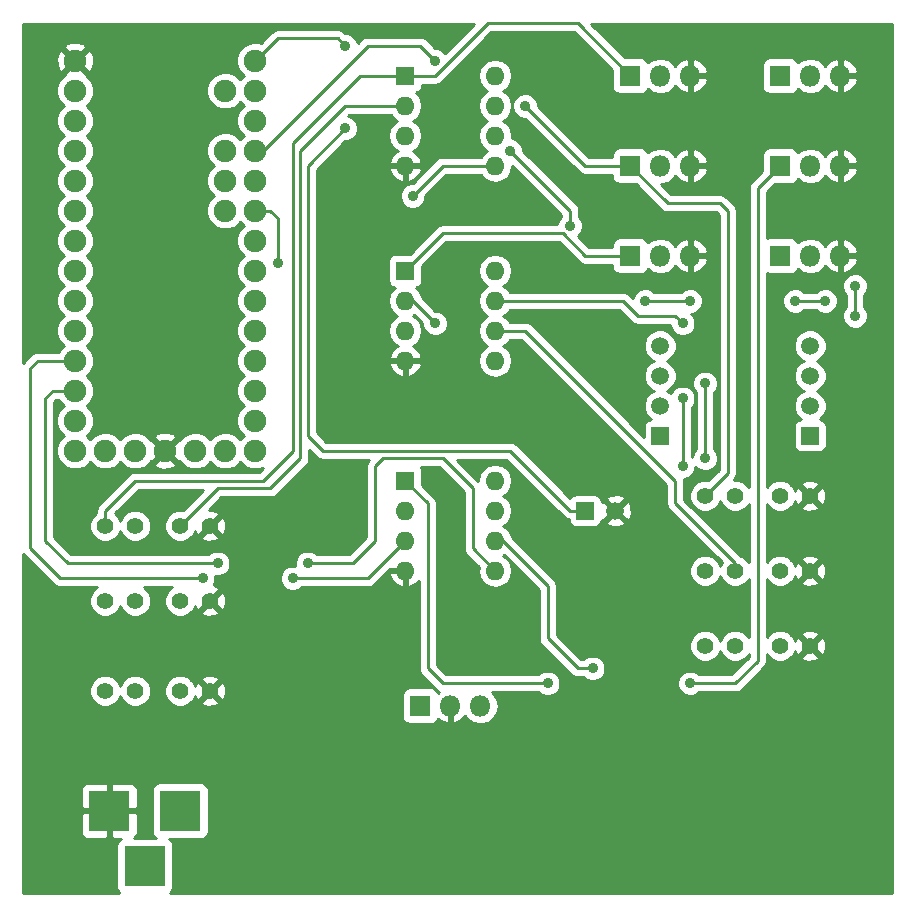
<source format=gbl>
G04 #@! TF.FileFunction,Copper,L2,Bot,Signal*
%FSLAX46Y46*%
G04 Gerber Fmt 4.6, Leading zero omitted, Abs format (unit mm)*
G04 Created by KiCad (PCBNEW 4.0.6) date 06/12/17 17:35:17*
%MOMM*%
%LPD*%
G01*
G04 APERTURE LIST*
%ADD10C,0.150000*%
%ADD11R,1.800000X1.800000*%
%ADD12O,1.800000X1.800000*%
%ADD13R,1.600000X1.600000*%
%ADD14O,1.600000X1.600000*%
%ADD15C,1.397000*%
%ADD16R,1.500000X1.500000*%
%ADD17C,1.500000*%
%ADD18C,1.900000*%
%ADD19R,3.500000X3.500000*%
%ADD20C,0.889000*%
%ADD21C,0.254000*%
G04 APERTURE END LIST*
D10*
D11*
X229870000Y-119380000D03*
D12*
X232410000Y-119380000D03*
X234950000Y-119380000D03*
D13*
X198120000Y-119380000D03*
D14*
X205740000Y-127000000D03*
X198120000Y-121920000D03*
X205740000Y-124460000D03*
X198120000Y-124460000D03*
X205740000Y-121920000D03*
X198120000Y-127000000D03*
X205740000Y-119380000D03*
D13*
X198120000Y-135890000D03*
D14*
X205740000Y-143510000D03*
X198120000Y-138430000D03*
X205740000Y-140970000D03*
X198120000Y-140970000D03*
X205740000Y-138430000D03*
X198120000Y-143510000D03*
X205740000Y-135890000D03*
D13*
X198120000Y-153670000D03*
D14*
X205740000Y-161290000D03*
X198120000Y-156210000D03*
X205740000Y-158750000D03*
X198120000Y-158750000D03*
X205740000Y-156210000D03*
X198120000Y-161290000D03*
X205740000Y-153670000D03*
D15*
X172720000Y-157480000D03*
X175260000Y-157480000D03*
X179070000Y-157480000D03*
X181610000Y-157480000D03*
X172720000Y-163830000D03*
X175260000Y-163830000D03*
X179070000Y-163830000D03*
X181610000Y-163830000D03*
X172720000Y-171450000D03*
X175260000Y-171450000D03*
X179070000Y-171450000D03*
X181610000Y-171450000D03*
X223520000Y-154940000D03*
X226060000Y-154940000D03*
X229870000Y-154940000D03*
X232410000Y-154940000D03*
X223520000Y-161290000D03*
X226060000Y-161290000D03*
X229870000Y-161290000D03*
X232410000Y-161290000D03*
X223520000Y-167640000D03*
X226060000Y-167640000D03*
X229870000Y-167640000D03*
X232410000Y-167640000D03*
D11*
X199390000Y-172720000D03*
D12*
X201930000Y-172720000D03*
X204470000Y-172720000D03*
D16*
X219710000Y-149860000D03*
D17*
X219710000Y-147320000D03*
X219710000Y-144780000D03*
X219710000Y-142240000D03*
D16*
X232410000Y-149860000D03*
D17*
X232410000Y-147320000D03*
X232410000Y-144780000D03*
X232410000Y-142240000D03*
D11*
X217170000Y-119380000D03*
D12*
X219710000Y-119380000D03*
X222250000Y-119380000D03*
D11*
X217170000Y-127000000D03*
D12*
X219710000Y-127000000D03*
X222250000Y-127000000D03*
D11*
X217170000Y-134620000D03*
D12*
X219710000Y-134620000D03*
X222250000Y-134620000D03*
D11*
X229870000Y-127000000D03*
D12*
X232410000Y-127000000D03*
X234950000Y-127000000D03*
D11*
X229870000Y-134620000D03*
D12*
X232410000Y-134620000D03*
X234950000Y-134620000D03*
D18*
X182880000Y-130810000D03*
X182880000Y-128270000D03*
X182880000Y-125730000D03*
X182880000Y-120650000D03*
X172720000Y-151130000D03*
X175260000Y-151130000D03*
X177800000Y-151130000D03*
X180340000Y-151130000D03*
X182880000Y-151130000D03*
X170180000Y-120650000D03*
X170180000Y-123190000D03*
X170180000Y-125730000D03*
X170180000Y-128270000D03*
X170180000Y-130810000D03*
X170180000Y-133350000D03*
X170180000Y-135890000D03*
X170180000Y-138430000D03*
X170180000Y-140970000D03*
X170180000Y-143510000D03*
X170180000Y-146050000D03*
X170180000Y-148590000D03*
X170180000Y-151130000D03*
X185420000Y-151130000D03*
X185420000Y-148590000D03*
X185420000Y-146050000D03*
X185420000Y-143510000D03*
X185420000Y-140970000D03*
X185420000Y-138430000D03*
X185420000Y-135890000D03*
X185420000Y-133350000D03*
X185420000Y-130810000D03*
X185420000Y-128270000D03*
X185420000Y-125730000D03*
X185420000Y-123190000D03*
X185420000Y-120650000D03*
X185420000Y-118110000D03*
X170180000Y-118110000D03*
D16*
X213360000Y-156210000D03*
D17*
X215900000Y-156210000D03*
D19*
X179070000Y-181610000D03*
X173070000Y-181610000D03*
X176070000Y-186310000D03*
D20*
X198755000Y-129540000D03*
X187325000Y-135255000D03*
X223520000Y-145415000D03*
X218440000Y-138430000D03*
X222250000Y-138430000D03*
X223520000Y-151765000D03*
X207010000Y-125730000D03*
X212090000Y-132080000D03*
X208280000Y-121920000D03*
X200660000Y-118110000D03*
X200660000Y-140335000D03*
X221615000Y-140335000D03*
X221615000Y-146685000D03*
X221615000Y-152400000D03*
X236220000Y-139700000D03*
X236220000Y-137160000D03*
X222250000Y-170815000D03*
X210185000Y-170815000D03*
X182245000Y-160655000D03*
X189865000Y-160655000D03*
X213995000Y-169545000D03*
X180975000Y-161925000D03*
X188595000Y-161925000D03*
X231140000Y-138430000D03*
X233680000Y-138430000D03*
X193040000Y-116840000D03*
X193040000Y-123825000D03*
D21*
X198120000Y-119380000D02*
X200660000Y-119380000D01*
X212725000Y-114935000D02*
X217170000Y-119380000D01*
X205105000Y-114935000D02*
X212725000Y-114935000D01*
X200660000Y-119380000D02*
X205105000Y-114935000D01*
X172720000Y-157480000D02*
X172720000Y-156210000D01*
X194310000Y-119380000D02*
X198120000Y-119380000D01*
X188595000Y-125095000D02*
X194310000Y-119380000D01*
X188595000Y-151130000D02*
X188595000Y-125095000D01*
X186055000Y-153670000D02*
X188595000Y-151130000D01*
X175260000Y-153670000D02*
X186055000Y-153670000D01*
X172720000Y-156210000D02*
X175260000Y-153670000D01*
X185420000Y-130810000D02*
X186690000Y-130810000D01*
X201295000Y-127000000D02*
X205740000Y-127000000D01*
X198755000Y-129540000D02*
X201295000Y-127000000D01*
X187325000Y-131445000D02*
X187325000Y-135255000D01*
X186690000Y-130810000D02*
X187325000Y-131445000D01*
X198120000Y-121920000D02*
X193040000Y-121920000D01*
X182245000Y-154305000D02*
X179070000Y-157480000D01*
X186690000Y-154305000D02*
X182245000Y-154305000D01*
X189230000Y-151765000D02*
X186690000Y-154305000D01*
X189230000Y-125730000D02*
X189230000Y-151765000D01*
X193040000Y-121920000D02*
X189230000Y-125730000D01*
X223520000Y-151765000D02*
X223520000Y-145415000D01*
X218440000Y-138430000D02*
X222250000Y-138430000D01*
X207010000Y-125730000D02*
X212090000Y-130810000D01*
X212090000Y-130810000D02*
X212090000Y-132080000D01*
X217170000Y-127000000D02*
X220345000Y-130175000D01*
X225425000Y-153035000D02*
X223520000Y-154940000D01*
X225425000Y-130810000D02*
X225425000Y-153035000D01*
X224790000Y-130175000D02*
X225425000Y-130810000D01*
X220345000Y-130175000D02*
X224790000Y-130175000D01*
X213360000Y-127000000D02*
X217170000Y-127000000D01*
X208280000Y-121920000D02*
X213360000Y-127000000D01*
X217170000Y-134620000D02*
X213360000Y-134620000D01*
X201295000Y-132715000D02*
X198120000Y-135890000D01*
X211455000Y-132715000D02*
X201295000Y-132715000D01*
X213360000Y-134620000D02*
X211455000Y-132715000D01*
X185420000Y-125730000D02*
X186055000Y-125730000D01*
X186055000Y-125730000D02*
X193675000Y-118110000D01*
X193675000Y-118110000D02*
X194945000Y-116840000D01*
X194945000Y-116840000D02*
X199390000Y-116840000D01*
X199390000Y-116840000D02*
X200660000Y-118110000D01*
X200660000Y-140335000D02*
X198755000Y-138430000D01*
X198755000Y-138430000D02*
X198120000Y-138430000D01*
X205740000Y-140970000D02*
X208280000Y-140970000D01*
X220980000Y-155575000D02*
X226060000Y-160655000D01*
X220980000Y-153670000D02*
X220980000Y-155575000D01*
X208280000Y-140970000D02*
X220980000Y-153670000D01*
X226060000Y-160655000D02*
X226060000Y-161290000D01*
X205740000Y-138430000D02*
X216535000Y-138430000D01*
X220980000Y-139700000D02*
X221615000Y-140335000D01*
X217805000Y-139700000D02*
X220980000Y-139700000D01*
X216535000Y-138430000D02*
X217805000Y-139700000D01*
X221615000Y-146685000D02*
X221615000Y-152400000D01*
X205740000Y-138430000D02*
X205740000Y-137795000D01*
X205740000Y-137795000D02*
X206375000Y-138430000D01*
X236220000Y-139700000D02*
X236220000Y-137160000D01*
X227965000Y-128905000D02*
X229870000Y-127000000D01*
X227965000Y-168910000D02*
X227965000Y-128905000D01*
X226060000Y-170815000D02*
X227965000Y-168910000D01*
X222250000Y-170815000D02*
X226060000Y-170815000D01*
X198120000Y-153670000D02*
X200025000Y-155575000D01*
X201295000Y-170815000D02*
X210185000Y-170815000D01*
X200025000Y-169545000D02*
X201295000Y-170815000D01*
X200025000Y-155575000D02*
X200025000Y-169545000D01*
X170180000Y-146050000D02*
X168275000Y-146050000D01*
X203835000Y-159385000D02*
X205740000Y-161290000D01*
X203835000Y-154305000D02*
X203835000Y-159385000D01*
X201295000Y-151765000D02*
X203835000Y-154305000D01*
X196215000Y-151765000D02*
X201295000Y-151765000D01*
X195580000Y-152400000D02*
X196215000Y-151765000D01*
X195580000Y-158750000D02*
X195580000Y-152400000D01*
X193675000Y-160655000D02*
X195580000Y-158750000D01*
X169545000Y-160655000D02*
X182245000Y-160655000D01*
X189865000Y-160655000D02*
X193675000Y-160655000D01*
X167640000Y-158750000D02*
X169545000Y-160655000D01*
X167640000Y-146685000D02*
X167640000Y-158750000D01*
X168275000Y-146050000D02*
X167640000Y-146685000D01*
X210185000Y-167005000D02*
X212725000Y-169545000D01*
X212725000Y-169545000D02*
X213995000Y-169545000D01*
X205740000Y-158750000D02*
X206375000Y-158750000D01*
X206375000Y-158750000D02*
X210185000Y-162560000D01*
X210185000Y-162560000D02*
X210185000Y-167005000D01*
X170180000Y-143510000D02*
X167005000Y-143510000D01*
X194945000Y-161925000D02*
X198120000Y-158750000D01*
X168910000Y-161925000D02*
X180975000Y-161925000D01*
X188595000Y-161925000D02*
X194945000Y-161925000D01*
X166370000Y-159385000D02*
X168910000Y-161925000D01*
X166370000Y-144145000D02*
X166370000Y-159385000D01*
X167005000Y-143510000D02*
X166370000Y-144145000D01*
X233680000Y-138430000D02*
X231140000Y-138430000D01*
X213360000Y-156210000D02*
X212090000Y-156210000D01*
X187325000Y-116205000D02*
X185420000Y-118110000D01*
X192405000Y-116205000D02*
X187325000Y-116205000D01*
X193040000Y-116840000D02*
X192405000Y-116205000D01*
X189865000Y-127000000D02*
X193040000Y-123825000D01*
X189865000Y-149860000D02*
X189865000Y-127000000D01*
X191135000Y-151130000D02*
X189865000Y-149860000D01*
X207010000Y-151130000D02*
X191135000Y-151130000D01*
X212090000Y-156210000D02*
X207010000Y-151130000D01*
G36*
X201519423Y-117442947D02*
X201272286Y-117195378D01*
X200875668Y-117030687D01*
X200658128Y-117030498D01*
X199928815Y-116301185D01*
X199784864Y-116205000D01*
X199681605Y-116136004D01*
X199390000Y-116078000D01*
X194945000Y-116078000D01*
X194653395Y-116136004D01*
X194406184Y-116301185D01*
X194108420Y-116598949D01*
X193955689Y-116229311D01*
X193652286Y-115925378D01*
X193255668Y-115760687D01*
X193038128Y-115760498D01*
X192943815Y-115666185D01*
X192903124Y-115638996D01*
X192696605Y-115501004D01*
X192405000Y-115443000D01*
X187325000Y-115443000D01*
X187033395Y-115501004D01*
X186826876Y-115638996D01*
X186786185Y-115666185D01*
X185871220Y-116581150D01*
X185736659Y-116525276D01*
X185106107Y-116524725D01*
X184523343Y-116765519D01*
X184077086Y-117210997D01*
X183835276Y-117793341D01*
X183834725Y-118423893D01*
X184075519Y-119006657D01*
X184448471Y-119380261D01*
X184149739Y-119678471D01*
X183779003Y-119307086D01*
X183196659Y-119065276D01*
X182566107Y-119064725D01*
X181983343Y-119305519D01*
X181537086Y-119750997D01*
X181295276Y-120333341D01*
X181294725Y-120963893D01*
X181535519Y-121546657D01*
X181980997Y-121992914D01*
X182563341Y-122234724D01*
X183193893Y-122235275D01*
X183776657Y-121994481D01*
X184150261Y-121621529D01*
X184448471Y-121920261D01*
X184077086Y-122290997D01*
X183835276Y-122873341D01*
X183834725Y-123503893D01*
X184075519Y-124086657D01*
X184448471Y-124460261D01*
X184149739Y-124758471D01*
X183779003Y-124387086D01*
X183196659Y-124145276D01*
X182566107Y-124144725D01*
X181983343Y-124385519D01*
X181537086Y-124830997D01*
X181295276Y-125413341D01*
X181294725Y-126043893D01*
X181535519Y-126626657D01*
X181908471Y-127000261D01*
X181537086Y-127370997D01*
X181295276Y-127953341D01*
X181294725Y-128583893D01*
X181535519Y-129166657D01*
X181908471Y-129540261D01*
X181537086Y-129910997D01*
X181295276Y-130493341D01*
X181294725Y-131123893D01*
X181535519Y-131706657D01*
X181980997Y-132152914D01*
X182563341Y-132394724D01*
X183193893Y-132395275D01*
X183776657Y-132154481D01*
X184150261Y-131781529D01*
X184448471Y-132080261D01*
X184077086Y-132450997D01*
X183835276Y-133033341D01*
X183834725Y-133663893D01*
X184075519Y-134246657D01*
X184448471Y-134620261D01*
X184077086Y-134990997D01*
X183835276Y-135573341D01*
X183834725Y-136203893D01*
X184075519Y-136786657D01*
X184448471Y-137160261D01*
X184077086Y-137530997D01*
X183835276Y-138113341D01*
X183834725Y-138743893D01*
X184075519Y-139326657D01*
X184448471Y-139700261D01*
X184077086Y-140070997D01*
X183835276Y-140653341D01*
X183834725Y-141283893D01*
X184075519Y-141866657D01*
X184448471Y-142240261D01*
X184077086Y-142610997D01*
X183835276Y-143193341D01*
X183834725Y-143823893D01*
X184075519Y-144406657D01*
X184448471Y-144780261D01*
X184077086Y-145150997D01*
X183835276Y-145733341D01*
X183834725Y-146363893D01*
X184075519Y-146946657D01*
X184448471Y-147320261D01*
X184077086Y-147690997D01*
X183835276Y-148273341D01*
X183834725Y-148903893D01*
X184075519Y-149486657D01*
X184448471Y-149860261D01*
X184149739Y-150158471D01*
X183779003Y-149787086D01*
X183196659Y-149545276D01*
X182566107Y-149544725D01*
X181983343Y-149785519D01*
X181609739Y-150158471D01*
X181239003Y-149787086D01*
X180656659Y-149545276D01*
X180026107Y-149544725D01*
X179443343Y-149785519D01*
X179003884Y-150224211D01*
X178916350Y-150193255D01*
X177979605Y-151130000D01*
X178916350Y-152066745D01*
X179004439Y-152035593D01*
X179440997Y-152472914D01*
X180023341Y-152714724D01*
X180653893Y-152715275D01*
X181236657Y-152474481D01*
X181610261Y-152101529D01*
X181980997Y-152472914D01*
X182563341Y-152714724D01*
X183193893Y-152715275D01*
X183776657Y-152474481D01*
X184150261Y-152101529D01*
X184520997Y-152472914D01*
X185103341Y-152714724D01*
X185733893Y-152715275D01*
X186071656Y-152575714D01*
X185739370Y-152908000D01*
X175260000Y-152908000D01*
X174968395Y-152966004D01*
X174721184Y-153131185D01*
X172181185Y-155671185D01*
X172016004Y-155918395D01*
X171958000Y-156210000D01*
X171958000Y-156356461D01*
X171590173Y-156723647D01*
X171386732Y-157213587D01*
X171386269Y-157744086D01*
X171588854Y-158234380D01*
X171963647Y-158609827D01*
X172453587Y-158813268D01*
X172984086Y-158813731D01*
X173474380Y-158611146D01*
X173849827Y-158236353D01*
X173990094Y-157898554D01*
X174128854Y-158234380D01*
X174503647Y-158609827D01*
X174993587Y-158813268D01*
X175524086Y-158813731D01*
X176014380Y-158611146D01*
X176389827Y-158236353D01*
X176593268Y-157746413D01*
X176593731Y-157215914D01*
X176391146Y-156725620D01*
X176016353Y-156350173D01*
X175526413Y-156146732D01*
X174995914Y-156146269D01*
X174505620Y-156348854D01*
X174130173Y-156723647D01*
X173989906Y-157061446D01*
X173851146Y-156725620D01*
X173566826Y-156440804D01*
X175575631Y-154432000D01*
X181040370Y-154432000D01*
X179325647Y-156146723D01*
X178805914Y-156146269D01*
X178315620Y-156348854D01*
X177940173Y-156723647D01*
X177736732Y-157213587D01*
X177736269Y-157744086D01*
X177938854Y-158234380D01*
X178313647Y-158609827D01*
X178803587Y-158813268D01*
X179334086Y-158813731D01*
X179824380Y-158611146D01*
X180021681Y-158414188D01*
X180855417Y-158414188D01*
X180917071Y-158649800D01*
X181417480Y-158825927D01*
X181947199Y-158797148D01*
X182302929Y-158649800D01*
X182364583Y-158414188D01*
X181610000Y-157659605D01*
X180855417Y-158414188D01*
X180021681Y-158414188D01*
X180199827Y-158236353D01*
X180333314Y-157914882D01*
X180440200Y-158172929D01*
X180675812Y-158234583D01*
X181430395Y-157480000D01*
X181789605Y-157480000D01*
X182544188Y-158234583D01*
X182779800Y-158172929D01*
X182955927Y-157672520D01*
X182927148Y-157142801D01*
X182779800Y-156787071D01*
X182544188Y-156725417D01*
X181789605Y-157480000D01*
X181430395Y-157480000D01*
X181416253Y-157465858D01*
X181595858Y-157286253D01*
X181610000Y-157300395D01*
X182364583Y-156545812D01*
X182302929Y-156310200D01*
X181802520Y-156134073D01*
X181475807Y-156151823D01*
X182560630Y-155067000D01*
X186690000Y-155067000D01*
X186981605Y-155008996D01*
X187228815Y-154843815D01*
X189768815Y-152303816D01*
X189933996Y-152056605D01*
X189949101Y-151980668D01*
X189992000Y-151765000D01*
X189992000Y-151064631D01*
X190596184Y-151668815D01*
X190774129Y-151787714D01*
X190843395Y-151833996D01*
X191135000Y-151892000D01*
X195020595Y-151892000D01*
X194876004Y-152108395D01*
X194818000Y-152400000D01*
X194818000Y-158434370D01*
X193359370Y-159893000D01*
X190629642Y-159893000D01*
X190477286Y-159740378D01*
X190080668Y-159575687D01*
X189651216Y-159575313D01*
X189254311Y-159739311D01*
X188950378Y-160042714D01*
X188785687Y-160439332D01*
X188785333Y-160845665D01*
X188381216Y-160845313D01*
X187984311Y-161009311D01*
X187680378Y-161312714D01*
X187515687Y-161709332D01*
X187515313Y-162138784D01*
X187679311Y-162535689D01*
X187982714Y-162839622D01*
X188379332Y-163004313D01*
X188808784Y-163004687D01*
X189205689Y-162840689D01*
X189359646Y-162687000D01*
X194945000Y-162687000D01*
X195236605Y-162628996D01*
X195483815Y-162463815D01*
X196308591Y-161639039D01*
X196728096Y-161639039D01*
X196888959Y-162027423D01*
X197264866Y-162442389D01*
X197770959Y-162681914D01*
X197993000Y-162560629D01*
X197993000Y-161417000D01*
X196850085Y-161417000D01*
X196728096Y-161639039D01*
X196308591Y-161639039D01*
X196826875Y-161120755D01*
X196850085Y-161163000D01*
X197993000Y-161163000D01*
X197993000Y-161143000D01*
X198247000Y-161143000D01*
X198247000Y-161163000D01*
X198267000Y-161163000D01*
X198267000Y-161417000D01*
X198247000Y-161417000D01*
X198247000Y-162560629D01*
X198469041Y-162681914D01*
X198975134Y-162442389D01*
X199263000Y-162124612D01*
X199263000Y-169545000D01*
X199321004Y-169836605D01*
X199362903Y-169899311D01*
X199486185Y-170083815D01*
X200756184Y-171353815D01*
X200994188Y-171512844D01*
X200899156Y-171616538D01*
X200893162Y-171584683D01*
X200754090Y-171368559D01*
X200541890Y-171223569D01*
X200290000Y-171172560D01*
X198490000Y-171172560D01*
X198254683Y-171216838D01*
X198038559Y-171355910D01*
X197893569Y-171568110D01*
X197842560Y-171820000D01*
X197842560Y-173620000D01*
X197886838Y-173855317D01*
X198025910Y-174071441D01*
X198238110Y-174216431D01*
X198490000Y-174267440D01*
X200290000Y-174267440D01*
X200525317Y-174223162D01*
X200741441Y-174084090D01*
X200886431Y-173871890D01*
X200896766Y-173820854D01*
X201022424Y-173957966D01*
X201565258Y-174211046D01*
X201803000Y-174090997D01*
X201803000Y-172847000D01*
X201783000Y-172847000D01*
X201783000Y-172593000D01*
X201803000Y-172593000D01*
X201803000Y-172573000D01*
X202057000Y-172573000D01*
X202057000Y-172593000D01*
X202077000Y-172593000D01*
X202077000Y-172847000D01*
X202057000Y-172847000D01*
X202057000Y-174090997D01*
X202294742Y-174211046D01*
X202837576Y-173957966D01*
X203195499Y-173567418D01*
X203354519Y-173805409D01*
X203852509Y-174138155D01*
X204439928Y-174255000D01*
X204500072Y-174255000D01*
X205087491Y-174138155D01*
X205585481Y-173805409D01*
X205918227Y-173307419D01*
X206035072Y-172720000D01*
X205918227Y-172132581D01*
X205585481Y-171634591D01*
X205499290Y-171577000D01*
X209420358Y-171577000D01*
X209572714Y-171729622D01*
X209969332Y-171894313D01*
X210398784Y-171894687D01*
X210795689Y-171730689D01*
X211099622Y-171427286D01*
X211264313Y-171030668D01*
X211264687Y-170601216D01*
X211100689Y-170204311D01*
X210797286Y-169900378D01*
X210400668Y-169735687D01*
X209971216Y-169735313D01*
X209574311Y-169899311D01*
X209420354Y-170053000D01*
X201610631Y-170053000D01*
X200787000Y-169229370D01*
X200787000Y-155575000D01*
X200728996Y-155283395D01*
X200563815Y-155036185D01*
X199567440Y-154039810D01*
X199567440Y-152870000D01*
X199523162Y-152634683D01*
X199453870Y-152527000D01*
X200979370Y-152527000D01*
X203073000Y-154620631D01*
X203073000Y-159385000D01*
X203131004Y-159676605D01*
X203172903Y-159739311D01*
X203296185Y-159923815D01*
X204340843Y-160968473D01*
X204276887Y-161290000D01*
X204386120Y-161839151D01*
X204697189Y-162304698D01*
X205162736Y-162615767D01*
X205711887Y-162725000D01*
X205768113Y-162725000D01*
X206317264Y-162615767D01*
X206782811Y-162304698D01*
X207093880Y-161839151D01*
X207203113Y-161290000D01*
X207093880Y-160740849D01*
X206782811Y-160275302D01*
X206400725Y-160020000D01*
X206500621Y-159953251D01*
X209423000Y-162875631D01*
X209423000Y-167005000D01*
X209481004Y-167296605D01*
X209646185Y-167543815D01*
X212186184Y-170083815D01*
X212364129Y-170202714D01*
X212433395Y-170248996D01*
X212725000Y-170307000D01*
X213230358Y-170307000D01*
X213382714Y-170459622D01*
X213779332Y-170624313D01*
X214208784Y-170624687D01*
X214605689Y-170460689D01*
X214909622Y-170157286D01*
X215074313Y-169760668D01*
X215074687Y-169331216D01*
X214910689Y-168934311D01*
X214607286Y-168630378D01*
X214210668Y-168465687D01*
X213781216Y-168465313D01*
X213384311Y-168629311D01*
X213230354Y-168783000D01*
X213040631Y-168783000D01*
X210947000Y-166689370D01*
X210947000Y-162560000D01*
X210888996Y-162268395D01*
X210803651Y-162140668D01*
X210723816Y-162021185D01*
X207141157Y-158438527D01*
X207093880Y-158200849D01*
X206782811Y-157735302D01*
X206400725Y-157480000D01*
X206782811Y-157224698D01*
X207093880Y-156759151D01*
X207203113Y-156210000D01*
X207093880Y-155660849D01*
X206782811Y-155195302D01*
X206400725Y-154940000D01*
X206782811Y-154684698D01*
X207093880Y-154219151D01*
X207203113Y-153670000D01*
X207093880Y-153120849D01*
X206782811Y-152655302D01*
X206317264Y-152344233D01*
X205768113Y-152235000D01*
X205711887Y-152235000D01*
X205162736Y-152344233D01*
X204697189Y-152655302D01*
X204386120Y-153120849D01*
X204277010Y-153669379D01*
X202499630Y-151892000D01*
X206694370Y-151892000D01*
X211551185Y-156748815D01*
X211798395Y-156913996D01*
X211962560Y-156946651D01*
X211962560Y-156960000D01*
X212006838Y-157195317D01*
X212145910Y-157411441D01*
X212358110Y-157556431D01*
X212610000Y-157607440D01*
X214110000Y-157607440D01*
X214345317Y-157563162D01*
X214561441Y-157424090D01*
X214706431Y-157211890D01*
X214712581Y-157181517D01*
X215108088Y-157181517D01*
X215176077Y-157422460D01*
X215695171Y-157607201D01*
X216245448Y-157579230D01*
X216623923Y-157422460D01*
X216691912Y-157181517D01*
X215900000Y-156389605D01*
X215108088Y-157181517D01*
X214712581Y-157181517D01*
X214757440Y-156960000D01*
X214757440Y-156953647D01*
X214928483Y-157001912D01*
X215720395Y-156210000D01*
X216079605Y-156210000D01*
X216871517Y-157001912D01*
X217112460Y-156933923D01*
X217297201Y-156414829D01*
X217269230Y-155864552D01*
X217112460Y-155486077D01*
X216871517Y-155418088D01*
X216079605Y-156210000D01*
X215720395Y-156210000D01*
X214928483Y-155418088D01*
X214757440Y-155466353D01*
X214757440Y-155460000D01*
X214715759Y-155238483D01*
X215108088Y-155238483D01*
X215900000Y-156030395D01*
X216691912Y-155238483D01*
X216623923Y-154997540D01*
X216104829Y-154812799D01*
X215554552Y-154840770D01*
X215176077Y-154997540D01*
X215108088Y-155238483D01*
X214715759Y-155238483D01*
X214713162Y-155224683D01*
X214574090Y-155008559D01*
X214361890Y-154863569D01*
X214110000Y-154812560D01*
X212610000Y-154812560D01*
X212374683Y-154856838D01*
X212158559Y-154995910D01*
X212075338Y-155117708D01*
X207548815Y-150591185D01*
X207508124Y-150563996D01*
X207301605Y-150426004D01*
X207010000Y-150368000D01*
X191450631Y-150368000D01*
X190627000Y-149544370D01*
X190627000Y-143859039D01*
X196728096Y-143859039D01*
X196888959Y-144247423D01*
X197264866Y-144662389D01*
X197770959Y-144901914D01*
X197993000Y-144780629D01*
X197993000Y-143637000D01*
X198247000Y-143637000D01*
X198247000Y-144780629D01*
X198469041Y-144901914D01*
X198975134Y-144662389D01*
X199351041Y-144247423D01*
X199511904Y-143859039D01*
X199389915Y-143637000D01*
X198247000Y-143637000D01*
X197993000Y-143637000D01*
X196850085Y-143637000D01*
X196728096Y-143859039D01*
X190627000Y-143859039D01*
X190627000Y-138430000D01*
X196656887Y-138430000D01*
X196766120Y-138979151D01*
X197077189Y-139444698D01*
X197459275Y-139700000D01*
X197077189Y-139955302D01*
X196766120Y-140420849D01*
X196656887Y-140970000D01*
X196766120Y-141519151D01*
X197077189Y-141984698D01*
X197481703Y-142254986D01*
X197264866Y-142357611D01*
X196888959Y-142772577D01*
X196728096Y-143160961D01*
X196850085Y-143383000D01*
X197993000Y-143383000D01*
X197993000Y-143363000D01*
X198247000Y-143363000D01*
X198247000Y-143383000D01*
X199389915Y-143383000D01*
X199511904Y-143160961D01*
X199351041Y-142772577D01*
X198975134Y-142357611D01*
X198758297Y-142254986D01*
X199162811Y-141984698D01*
X199473880Y-141519151D01*
X199583113Y-140970000D01*
X199473880Y-140420849D01*
X199162811Y-139955302D01*
X198780725Y-139700000D01*
X198880621Y-139633251D01*
X199580501Y-140333131D01*
X199580313Y-140548784D01*
X199744311Y-140945689D01*
X200047714Y-141249622D01*
X200444332Y-141414313D01*
X200873784Y-141414687D01*
X201270689Y-141250689D01*
X201574622Y-140947286D01*
X201739313Y-140550668D01*
X201739687Y-140121216D01*
X201575689Y-139724311D01*
X201272286Y-139420378D01*
X200875668Y-139255687D01*
X200658128Y-139255498D01*
X199521157Y-138118527D01*
X199473880Y-137880849D01*
X199162811Y-137415302D01*
X199018535Y-137318899D01*
X199155317Y-137293162D01*
X199371441Y-137154090D01*
X199516431Y-136941890D01*
X199567440Y-136690000D01*
X199567440Y-135520190D01*
X201610630Y-133477000D01*
X211139370Y-133477000D01*
X212821185Y-135158815D01*
X213068395Y-135323996D01*
X213360000Y-135382000D01*
X215622560Y-135382000D01*
X215622560Y-135520000D01*
X215666838Y-135755317D01*
X215805910Y-135971441D01*
X216018110Y-136116431D01*
X216270000Y-136167440D01*
X218070000Y-136167440D01*
X218305317Y-136123162D01*
X218521441Y-135984090D01*
X218666431Y-135771890D01*
X218669719Y-135755656D01*
X219092509Y-136038155D01*
X219679928Y-136155000D01*
X219740072Y-136155000D01*
X220327491Y-136038155D01*
X220825481Y-135705409D01*
X220984501Y-135467418D01*
X221342424Y-135857966D01*
X221885258Y-136111046D01*
X222123000Y-135990997D01*
X222123000Y-134747000D01*
X222377000Y-134747000D01*
X222377000Y-135990997D01*
X222614742Y-136111046D01*
X223157576Y-135857966D01*
X223562240Y-135416417D01*
X223741036Y-134984740D01*
X223620378Y-134747000D01*
X222377000Y-134747000D01*
X222123000Y-134747000D01*
X222103000Y-134747000D01*
X222103000Y-134493000D01*
X222123000Y-134493000D01*
X222123000Y-133249003D01*
X222377000Y-133249003D01*
X222377000Y-134493000D01*
X223620378Y-134493000D01*
X223741036Y-134255260D01*
X223562240Y-133823583D01*
X223157576Y-133382034D01*
X222614742Y-133128954D01*
X222377000Y-133249003D01*
X222123000Y-133249003D01*
X221885258Y-133128954D01*
X221342424Y-133382034D01*
X220984501Y-133772582D01*
X220825481Y-133534591D01*
X220327491Y-133201845D01*
X219740072Y-133085000D01*
X219679928Y-133085000D01*
X219092509Y-133201845D01*
X218671974Y-133482837D01*
X218534090Y-133268559D01*
X218321890Y-133123569D01*
X218070000Y-133072560D01*
X216270000Y-133072560D01*
X216034683Y-133116838D01*
X215818559Y-133255910D01*
X215673569Y-133468110D01*
X215622560Y-133720000D01*
X215622560Y-133858000D01*
X213675630Y-133858000D01*
X212757053Y-132939423D01*
X213004622Y-132692286D01*
X213169313Y-132295668D01*
X213169687Y-131866216D01*
X213005689Y-131469311D01*
X212852000Y-131315354D01*
X212852000Y-130810000D01*
X212793996Y-130518395D01*
X212628815Y-130271185D01*
X208089499Y-125731869D01*
X208089687Y-125516216D01*
X207925689Y-125119311D01*
X207622286Y-124815378D01*
X207225668Y-124650687D01*
X207165193Y-124650634D01*
X207203113Y-124460000D01*
X207093880Y-123910849D01*
X206782811Y-123445302D01*
X206400725Y-123190000D01*
X206782811Y-122934698D01*
X207093880Y-122469151D01*
X207200488Y-121933198D01*
X207200313Y-122133784D01*
X207364311Y-122530689D01*
X207667714Y-122834622D01*
X208064332Y-122999313D01*
X208281872Y-122999502D01*
X212821185Y-127538815D01*
X213068395Y-127703996D01*
X213360000Y-127762000D01*
X215622560Y-127762000D01*
X215622560Y-127900000D01*
X215666838Y-128135317D01*
X215805910Y-128351441D01*
X216018110Y-128496431D01*
X216270000Y-128547440D01*
X217639810Y-128547440D01*
X219806185Y-130713815D01*
X220053395Y-130878996D01*
X220345000Y-130937000D01*
X224474370Y-130937000D01*
X224663000Y-131125631D01*
X224663000Y-152719370D01*
X223775647Y-153606723D01*
X223255914Y-153606269D01*
X222765620Y-153808854D01*
X222390173Y-154183647D01*
X222186732Y-154673587D01*
X222186269Y-155204086D01*
X222388854Y-155694380D01*
X222763647Y-156069827D01*
X223253587Y-156273268D01*
X223784086Y-156273731D01*
X224274380Y-156071146D01*
X224649827Y-155696353D01*
X224790094Y-155358554D01*
X224928854Y-155694380D01*
X225303647Y-156069827D01*
X225793587Y-156273268D01*
X226324086Y-156273731D01*
X226814380Y-156071146D01*
X227189827Y-155696353D01*
X227203000Y-155664629D01*
X227203000Y-160564309D01*
X227191146Y-160535620D01*
X226816353Y-160160173D01*
X226519566Y-160036936D01*
X221742000Y-155259370D01*
X221742000Y-153670000D01*
X221704123Y-153479578D01*
X221828784Y-153479687D01*
X222225689Y-153315689D01*
X222529622Y-153012286D01*
X222694313Y-152615668D01*
X222694443Y-152465979D01*
X222907714Y-152679622D01*
X223304332Y-152844313D01*
X223733784Y-152844687D01*
X224130689Y-152680689D01*
X224434622Y-152377286D01*
X224599313Y-151980668D01*
X224599687Y-151551216D01*
X224435689Y-151154311D01*
X224282000Y-151000354D01*
X224282000Y-146179642D01*
X224434622Y-146027286D01*
X224599313Y-145630668D01*
X224599687Y-145201216D01*
X224435689Y-144804311D01*
X224132286Y-144500378D01*
X223735668Y-144335687D01*
X223306216Y-144335313D01*
X222909311Y-144499311D01*
X222605378Y-144802714D01*
X222440687Y-145199332D01*
X222440313Y-145628784D01*
X222604311Y-146025689D01*
X222758000Y-146179646D01*
X222758000Y-151000358D01*
X222605378Y-151152714D01*
X222440687Y-151549332D01*
X222440557Y-151699021D01*
X222377000Y-151635354D01*
X222377000Y-147449642D01*
X222529622Y-147297286D01*
X222694313Y-146900668D01*
X222694687Y-146471216D01*
X222530689Y-146074311D01*
X222227286Y-145770378D01*
X221830668Y-145605687D01*
X221401216Y-145605313D01*
X221004311Y-145769311D01*
X220700378Y-146072714D01*
X220618561Y-146269750D01*
X220495564Y-146146539D01*
X220263130Y-146050024D01*
X220493515Y-145954831D01*
X220883461Y-145565564D01*
X221094759Y-145056702D01*
X221095240Y-144505715D01*
X220884831Y-143996485D01*
X220495564Y-143606539D01*
X220263130Y-143510024D01*
X220493515Y-143414831D01*
X220883461Y-143025564D01*
X221094759Y-142516702D01*
X221095240Y-141965715D01*
X220884831Y-141456485D01*
X220495564Y-141066539D01*
X219986702Y-140855241D01*
X219435715Y-140854760D01*
X218926485Y-141065169D01*
X218536539Y-141454436D01*
X218325241Y-141963298D01*
X218324760Y-142514285D01*
X218535169Y-143023515D01*
X218924436Y-143413461D01*
X219156870Y-143509976D01*
X218926485Y-143605169D01*
X218536539Y-143994436D01*
X218325241Y-144503298D01*
X218324760Y-145054285D01*
X218535169Y-145563515D01*
X218924436Y-145953461D01*
X219156870Y-146049976D01*
X218926485Y-146145169D01*
X218536539Y-146534436D01*
X218325241Y-147043298D01*
X218324760Y-147594285D01*
X218535169Y-148103515D01*
X218904091Y-148473080D01*
X218724683Y-148506838D01*
X218508559Y-148645910D01*
X218363569Y-148858110D01*
X218312560Y-149110000D01*
X218312560Y-149924929D01*
X208818815Y-140431185D01*
X208674864Y-140335000D01*
X208571605Y-140266004D01*
X208280000Y-140208000D01*
X206951659Y-140208000D01*
X206782811Y-139955302D01*
X206400725Y-139700000D01*
X206782811Y-139444698D01*
X206951659Y-139192000D01*
X216219370Y-139192000D01*
X217266184Y-140238815D01*
X217513395Y-140403996D01*
X217805000Y-140462000D01*
X220535389Y-140462000D01*
X220535313Y-140548784D01*
X220699311Y-140945689D01*
X221002714Y-141249622D01*
X221399332Y-141414313D01*
X221828784Y-141414687D01*
X222225689Y-141250689D01*
X222529622Y-140947286D01*
X222694313Y-140550668D01*
X222694687Y-140121216D01*
X222530689Y-139724311D01*
X222316311Y-139509559D01*
X222463784Y-139509687D01*
X222860689Y-139345689D01*
X223164622Y-139042286D01*
X223329313Y-138645668D01*
X223329687Y-138216216D01*
X223165689Y-137819311D01*
X222862286Y-137515378D01*
X222465668Y-137350687D01*
X222036216Y-137350313D01*
X221639311Y-137514311D01*
X221485354Y-137668000D01*
X219204642Y-137668000D01*
X219052286Y-137515378D01*
X218655668Y-137350687D01*
X218226216Y-137350313D01*
X217829311Y-137514311D01*
X217525378Y-137817714D01*
X217371330Y-138188700D01*
X217073815Y-137891185D01*
X216929864Y-137795000D01*
X216826605Y-137726004D01*
X216535000Y-137668000D01*
X206951659Y-137668000D01*
X206782811Y-137415302D01*
X206400725Y-137160000D01*
X206782811Y-136904698D01*
X207093880Y-136439151D01*
X207203113Y-135890000D01*
X207093880Y-135340849D01*
X206782811Y-134875302D01*
X206317264Y-134564233D01*
X205768113Y-134455000D01*
X205711887Y-134455000D01*
X205162736Y-134564233D01*
X204697189Y-134875302D01*
X204386120Y-135340849D01*
X204276887Y-135890000D01*
X204386120Y-136439151D01*
X204697189Y-136904698D01*
X205079275Y-137160000D01*
X204697189Y-137415302D01*
X204386120Y-137880849D01*
X204276887Y-138430000D01*
X204386120Y-138979151D01*
X204697189Y-139444698D01*
X205079275Y-139700000D01*
X204697189Y-139955302D01*
X204386120Y-140420849D01*
X204276887Y-140970000D01*
X204386120Y-141519151D01*
X204697189Y-141984698D01*
X205079275Y-142240000D01*
X204697189Y-142495302D01*
X204386120Y-142960849D01*
X204276887Y-143510000D01*
X204386120Y-144059151D01*
X204697189Y-144524698D01*
X205162736Y-144835767D01*
X205711887Y-144945000D01*
X205768113Y-144945000D01*
X206317264Y-144835767D01*
X206782811Y-144524698D01*
X207093880Y-144059151D01*
X207203113Y-143510000D01*
X207093880Y-142960849D01*
X206782811Y-142495302D01*
X206400725Y-142240000D01*
X206782811Y-141984698D01*
X206951659Y-141732000D01*
X207964370Y-141732000D01*
X220218000Y-153985631D01*
X220218000Y-155575000D01*
X220276004Y-155866605D01*
X220438502Y-156109800D01*
X220441185Y-156113815D01*
X224909882Y-160582512D01*
X224789906Y-160871446D01*
X224651146Y-160535620D01*
X224276353Y-160160173D01*
X223786413Y-159956732D01*
X223255914Y-159956269D01*
X222765620Y-160158854D01*
X222390173Y-160533647D01*
X222186732Y-161023587D01*
X222186269Y-161554086D01*
X222388854Y-162044380D01*
X222763647Y-162419827D01*
X223253587Y-162623268D01*
X223784086Y-162623731D01*
X224274380Y-162421146D01*
X224649827Y-162046353D01*
X224790094Y-161708554D01*
X224928854Y-162044380D01*
X225303647Y-162419827D01*
X225793587Y-162623268D01*
X226324086Y-162623731D01*
X226814380Y-162421146D01*
X227189827Y-162046353D01*
X227203000Y-162014629D01*
X227203000Y-166914309D01*
X227191146Y-166885620D01*
X226816353Y-166510173D01*
X226326413Y-166306732D01*
X225795914Y-166306269D01*
X225305620Y-166508854D01*
X224930173Y-166883647D01*
X224789906Y-167221446D01*
X224651146Y-166885620D01*
X224276353Y-166510173D01*
X223786413Y-166306732D01*
X223255914Y-166306269D01*
X222765620Y-166508854D01*
X222390173Y-166883647D01*
X222186732Y-167373587D01*
X222186269Y-167904086D01*
X222388854Y-168394380D01*
X222763647Y-168769827D01*
X223253587Y-168973268D01*
X223784086Y-168973731D01*
X224274380Y-168771146D01*
X224649827Y-168396353D01*
X224790094Y-168058554D01*
X224928854Y-168394380D01*
X225303647Y-168769827D01*
X225793587Y-168973268D01*
X226324086Y-168973731D01*
X226814380Y-168771146D01*
X227189827Y-168396353D01*
X227203000Y-168364629D01*
X227203000Y-168594370D01*
X225744370Y-170053000D01*
X223014642Y-170053000D01*
X222862286Y-169900378D01*
X222465668Y-169735687D01*
X222036216Y-169735313D01*
X221639311Y-169899311D01*
X221335378Y-170202714D01*
X221170687Y-170599332D01*
X221170313Y-171028784D01*
X221334311Y-171425689D01*
X221637714Y-171729622D01*
X222034332Y-171894313D01*
X222463784Y-171894687D01*
X222860689Y-171730689D01*
X223014646Y-171577000D01*
X226060000Y-171577000D01*
X226351605Y-171518996D01*
X226598815Y-171353815D01*
X228503815Y-169448815D01*
X228634390Y-169253396D01*
X228668996Y-169201605D01*
X228727000Y-168910000D01*
X228727000Y-168365691D01*
X228738854Y-168394380D01*
X229113647Y-168769827D01*
X229603587Y-168973268D01*
X230134086Y-168973731D01*
X230624380Y-168771146D01*
X230821681Y-168574188D01*
X231655417Y-168574188D01*
X231717071Y-168809800D01*
X232217480Y-168985927D01*
X232747199Y-168957148D01*
X233102929Y-168809800D01*
X233164583Y-168574188D01*
X232410000Y-167819605D01*
X231655417Y-168574188D01*
X230821681Y-168574188D01*
X230999827Y-168396353D01*
X231133314Y-168074882D01*
X231240200Y-168332929D01*
X231475812Y-168394583D01*
X232230395Y-167640000D01*
X232589605Y-167640000D01*
X233344188Y-168394583D01*
X233579800Y-168332929D01*
X233755927Y-167832520D01*
X233727148Y-167302801D01*
X233579800Y-166947071D01*
X233344188Y-166885417D01*
X232589605Y-167640000D01*
X232230395Y-167640000D01*
X231475812Y-166885417D01*
X231240200Y-166947071D01*
X231141917Y-167226312D01*
X231001146Y-166885620D01*
X230821652Y-166705812D01*
X231655417Y-166705812D01*
X232410000Y-167460395D01*
X233164583Y-166705812D01*
X233102929Y-166470200D01*
X232602520Y-166294073D01*
X232072801Y-166322852D01*
X231717071Y-166470200D01*
X231655417Y-166705812D01*
X230821652Y-166705812D01*
X230626353Y-166510173D01*
X230136413Y-166306732D01*
X229605914Y-166306269D01*
X229115620Y-166508854D01*
X228740173Y-166883647D01*
X228727000Y-166915371D01*
X228727000Y-162015691D01*
X228738854Y-162044380D01*
X229113647Y-162419827D01*
X229603587Y-162623268D01*
X230134086Y-162623731D01*
X230624380Y-162421146D01*
X230821681Y-162224188D01*
X231655417Y-162224188D01*
X231717071Y-162459800D01*
X232217480Y-162635927D01*
X232747199Y-162607148D01*
X233102929Y-162459800D01*
X233164583Y-162224188D01*
X232410000Y-161469605D01*
X231655417Y-162224188D01*
X230821681Y-162224188D01*
X230999827Y-162046353D01*
X231133314Y-161724882D01*
X231240200Y-161982929D01*
X231475812Y-162044583D01*
X232230395Y-161290000D01*
X232589605Y-161290000D01*
X233344188Y-162044583D01*
X233579800Y-161982929D01*
X233755927Y-161482520D01*
X233727148Y-160952801D01*
X233579800Y-160597071D01*
X233344188Y-160535417D01*
X232589605Y-161290000D01*
X232230395Y-161290000D01*
X231475812Y-160535417D01*
X231240200Y-160597071D01*
X231141917Y-160876312D01*
X231001146Y-160535620D01*
X230821652Y-160355812D01*
X231655417Y-160355812D01*
X232410000Y-161110395D01*
X233164583Y-160355812D01*
X233102929Y-160120200D01*
X232602520Y-159944073D01*
X232072801Y-159972852D01*
X231717071Y-160120200D01*
X231655417Y-160355812D01*
X230821652Y-160355812D01*
X230626353Y-160160173D01*
X230136413Y-159956732D01*
X229605914Y-159956269D01*
X229115620Y-160158854D01*
X228740173Y-160533647D01*
X228727000Y-160565371D01*
X228727000Y-155665691D01*
X228738854Y-155694380D01*
X229113647Y-156069827D01*
X229603587Y-156273268D01*
X230134086Y-156273731D01*
X230624380Y-156071146D01*
X230821681Y-155874188D01*
X231655417Y-155874188D01*
X231717071Y-156109800D01*
X232217480Y-156285927D01*
X232747199Y-156257148D01*
X233102929Y-156109800D01*
X233164583Y-155874188D01*
X232410000Y-155119605D01*
X231655417Y-155874188D01*
X230821681Y-155874188D01*
X230999827Y-155696353D01*
X231133314Y-155374882D01*
X231240200Y-155632929D01*
X231475812Y-155694583D01*
X232230395Y-154940000D01*
X232589605Y-154940000D01*
X233344188Y-155694583D01*
X233579800Y-155632929D01*
X233755927Y-155132520D01*
X233727148Y-154602801D01*
X233579800Y-154247071D01*
X233344188Y-154185417D01*
X232589605Y-154940000D01*
X232230395Y-154940000D01*
X231475812Y-154185417D01*
X231240200Y-154247071D01*
X231141917Y-154526312D01*
X231001146Y-154185620D01*
X230821652Y-154005812D01*
X231655417Y-154005812D01*
X232410000Y-154760395D01*
X233164583Y-154005812D01*
X233102929Y-153770200D01*
X232602520Y-153594073D01*
X232072801Y-153622852D01*
X231717071Y-153770200D01*
X231655417Y-154005812D01*
X230821652Y-154005812D01*
X230626353Y-153810173D01*
X230136413Y-153606732D01*
X229605914Y-153606269D01*
X229115620Y-153808854D01*
X228740173Y-154183647D01*
X228727000Y-154215371D01*
X228727000Y-149110000D01*
X231012560Y-149110000D01*
X231012560Y-150610000D01*
X231056838Y-150845317D01*
X231195910Y-151061441D01*
X231408110Y-151206431D01*
X231660000Y-151257440D01*
X233160000Y-151257440D01*
X233395317Y-151213162D01*
X233611441Y-151074090D01*
X233756431Y-150861890D01*
X233807440Y-150610000D01*
X233807440Y-149110000D01*
X233763162Y-148874683D01*
X233624090Y-148658559D01*
X233411890Y-148513569D01*
X233214738Y-148473645D01*
X233583461Y-148105564D01*
X233794759Y-147596702D01*
X233795240Y-147045715D01*
X233584831Y-146536485D01*
X233195564Y-146146539D01*
X232963130Y-146050024D01*
X233193515Y-145954831D01*
X233583461Y-145565564D01*
X233794759Y-145056702D01*
X233795240Y-144505715D01*
X233584831Y-143996485D01*
X233195564Y-143606539D01*
X232963130Y-143510024D01*
X233193515Y-143414831D01*
X233583461Y-143025564D01*
X233794759Y-142516702D01*
X233795240Y-141965715D01*
X233584831Y-141456485D01*
X233195564Y-141066539D01*
X232686702Y-140855241D01*
X232135715Y-140854760D01*
X231626485Y-141065169D01*
X231236539Y-141454436D01*
X231025241Y-141963298D01*
X231024760Y-142514285D01*
X231235169Y-143023515D01*
X231624436Y-143413461D01*
X231856870Y-143509976D01*
X231626485Y-143605169D01*
X231236539Y-143994436D01*
X231025241Y-144503298D01*
X231024760Y-145054285D01*
X231235169Y-145563515D01*
X231624436Y-145953461D01*
X231856870Y-146049976D01*
X231626485Y-146145169D01*
X231236539Y-146534436D01*
X231025241Y-147043298D01*
X231024760Y-147594285D01*
X231235169Y-148103515D01*
X231604091Y-148473080D01*
X231424683Y-148506838D01*
X231208559Y-148645910D01*
X231063569Y-148858110D01*
X231012560Y-149110000D01*
X228727000Y-149110000D01*
X228727000Y-138643784D01*
X230060313Y-138643784D01*
X230224311Y-139040689D01*
X230527714Y-139344622D01*
X230924332Y-139509313D01*
X231353784Y-139509687D01*
X231750689Y-139345689D01*
X231904646Y-139192000D01*
X232915358Y-139192000D01*
X233067714Y-139344622D01*
X233464332Y-139509313D01*
X233893784Y-139509687D01*
X234290689Y-139345689D01*
X234594622Y-139042286D01*
X234759313Y-138645668D01*
X234759687Y-138216216D01*
X234595689Y-137819311D01*
X234292286Y-137515378D01*
X233951292Y-137373784D01*
X235140313Y-137373784D01*
X235304311Y-137770689D01*
X235458000Y-137924646D01*
X235458000Y-138935358D01*
X235305378Y-139087714D01*
X235140687Y-139484332D01*
X235140313Y-139913784D01*
X235304311Y-140310689D01*
X235607714Y-140614622D01*
X236004332Y-140779313D01*
X236433784Y-140779687D01*
X236830689Y-140615689D01*
X237134622Y-140312286D01*
X237299313Y-139915668D01*
X237299687Y-139486216D01*
X237135689Y-139089311D01*
X236982000Y-138935354D01*
X236982000Y-137924642D01*
X237134622Y-137772286D01*
X237299313Y-137375668D01*
X237299687Y-136946216D01*
X237135689Y-136549311D01*
X236832286Y-136245378D01*
X236435668Y-136080687D01*
X236006216Y-136080313D01*
X235609311Y-136244311D01*
X235305378Y-136547714D01*
X235140687Y-136944332D01*
X235140313Y-137373784D01*
X233951292Y-137373784D01*
X233895668Y-137350687D01*
X233466216Y-137350313D01*
X233069311Y-137514311D01*
X232915354Y-137668000D01*
X231904642Y-137668000D01*
X231752286Y-137515378D01*
X231355668Y-137350687D01*
X230926216Y-137350313D01*
X230529311Y-137514311D01*
X230225378Y-137817714D01*
X230060687Y-138214332D01*
X230060313Y-138643784D01*
X228727000Y-138643784D01*
X228727000Y-136118231D01*
X228970000Y-136167440D01*
X230770000Y-136167440D01*
X231005317Y-136123162D01*
X231221441Y-135984090D01*
X231366431Y-135771890D01*
X231369719Y-135755656D01*
X231792509Y-136038155D01*
X232379928Y-136155000D01*
X232440072Y-136155000D01*
X233027491Y-136038155D01*
X233525481Y-135705409D01*
X233684501Y-135467418D01*
X234042424Y-135857966D01*
X234585258Y-136111046D01*
X234823000Y-135990997D01*
X234823000Y-134747000D01*
X235077000Y-134747000D01*
X235077000Y-135990997D01*
X235314742Y-136111046D01*
X235857576Y-135857966D01*
X236262240Y-135416417D01*
X236441036Y-134984740D01*
X236320378Y-134747000D01*
X235077000Y-134747000D01*
X234823000Y-134747000D01*
X234803000Y-134747000D01*
X234803000Y-134493000D01*
X234823000Y-134493000D01*
X234823000Y-133249003D01*
X235077000Y-133249003D01*
X235077000Y-134493000D01*
X236320378Y-134493000D01*
X236441036Y-134255260D01*
X236262240Y-133823583D01*
X235857576Y-133382034D01*
X235314742Y-133128954D01*
X235077000Y-133249003D01*
X234823000Y-133249003D01*
X234585258Y-133128954D01*
X234042424Y-133382034D01*
X233684501Y-133772582D01*
X233525481Y-133534591D01*
X233027491Y-133201845D01*
X232440072Y-133085000D01*
X232379928Y-133085000D01*
X231792509Y-133201845D01*
X231371974Y-133482837D01*
X231234090Y-133268559D01*
X231021890Y-133123569D01*
X230770000Y-133072560D01*
X228970000Y-133072560D01*
X228734683Y-133116838D01*
X228727000Y-133121782D01*
X228727000Y-129220630D01*
X229400190Y-128547440D01*
X230770000Y-128547440D01*
X231005317Y-128503162D01*
X231221441Y-128364090D01*
X231366431Y-128151890D01*
X231369719Y-128135656D01*
X231792509Y-128418155D01*
X232379928Y-128535000D01*
X232440072Y-128535000D01*
X233027491Y-128418155D01*
X233525481Y-128085409D01*
X233684501Y-127847418D01*
X234042424Y-128237966D01*
X234585258Y-128491046D01*
X234823000Y-128370997D01*
X234823000Y-127127000D01*
X235077000Y-127127000D01*
X235077000Y-128370997D01*
X235314742Y-128491046D01*
X235857576Y-128237966D01*
X236262240Y-127796417D01*
X236441036Y-127364740D01*
X236320378Y-127127000D01*
X235077000Y-127127000D01*
X234823000Y-127127000D01*
X234803000Y-127127000D01*
X234803000Y-126873000D01*
X234823000Y-126873000D01*
X234823000Y-125629003D01*
X235077000Y-125629003D01*
X235077000Y-126873000D01*
X236320378Y-126873000D01*
X236441036Y-126635260D01*
X236262240Y-126203583D01*
X235857576Y-125762034D01*
X235314742Y-125508954D01*
X235077000Y-125629003D01*
X234823000Y-125629003D01*
X234585258Y-125508954D01*
X234042424Y-125762034D01*
X233684501Y-126152582D01*
X233525481Y-125914591D01*
X233027491Y-125581845D01*
X232440072Y-125465000D01*
X232379928Y-125465000D01*
X231792509Y-125581845D01*
X231371974Y-125862837D01*
X231234090Y-125648559D01*
X231021890Y-125503569D01*
X230770000Y-125452560D01*
X228970000Y-125452560D01*
X228734683Y-125496838D01*
X228518559Y-125635910D01*
X228373569Y-125848110D01*
X228322560Y-126100000D01*
X228322560Y-127469810D01*
X227426185Y-128366185D01*
X227261004Y-128613395D01*
X227203000Y-128905000D01*
X227203000Y-154214309D01*
X227191146Y-154185620D01*
X226816353Y-153810173D01*
X226326413Y-153606732D01*
X225931243Y-153606387D01*
X225963815Y-153573815D01*
X225984405Y-153543000D01*
X226128996Y-153326605D01*
X226187000Y-153035000D01*
X226187000Y-130810000D01*
X226128996Y-130518395D01*
X226062834Y-130419377D01*
X225963816Y-130271185D01*
X225328815Y-129636185D01*
X225296333Y-129614481D01*
X225081605Y-129471004D01*
X224790000Y-129413000D01*
X220660630Y-129413000D01*
X219775569Y-128527939D01*
X220327491Y-128418155D01*
X220825481Y-128085409D01*
X220984501Y-127847418D01*
X221342424Y-128237966D01*
X221885258Y-128491046D01*
X222123000Y-128370997D01*
X222123000Y-127127000D01*
X222377000Y-127127000D01*
X222377000Y-128370997D01*
X222614742Y-128491046D01*
X223157576Y-128237966D01*
X223562240Y-127796417D01*
X223741036Y-127364740D01*
X223620378Y-127127000D01*
X222377000Y-127127000D01*
X222123000Y-127127000D01*
X222103000Y-127127000D01*
X222103000Y-126873000D01*
X222123000Y-126873000D01*
X222123000Y-125629003D01*
X222377000Y-125629003D01*
X222377000Y-126873000D01*
X223620378Y-126873000D01*
X223741036Y-126635260D01*
X223562240Y-126203583D01*
X223157576Y-125762034D01*
X222614742Y-125508954D01*
X222377000Y-125629003D01*
X222123000Y-125629003D01*
X221885258Y-125508954D01*
X221342424Y-125762034D01*
X220984501Y-126152582D01*
X220825481Y-125914591D01*
X220327491Y-125581845D01*
X219740072Y-125465000D01*
X219679928Y-125465000D01*
X219092509Y-125581845D01*
X218671974Y-125862837D01*
X218534090Y-125648559D01*
X218321890Y-125503569D01*
X218070000Y-125452560D01*
X216270000Y-125452560D01*
X216034683Y-125496838D01*
X215818559Y-125635910D01*
X215673569Y-125848110D01*
X215622560Y-126100000D01*
X215622560Y-126238000D01*
X213675630Y-126238000D01*
X209359499Y-121921869D01*
X209359687Y-121706216D01*
X209195689Y-121309311D01*
X208892286Y-121005378D01*
X208495668Y-120840687D01*
X208066216Y-120840313D01*
X207669311Y-121004311D01*
X207365378Y-121307714D01*
X207200687Y-121704332D01*
X207200511Y-121906917D01*
X207093880Y-121370849D01*
X206782811Y-120905302D01*
X206400725Y-120650000D01*
X206782811Y-120394698D01*
X207093880Y-119929151D01*
X207203113Y-119380000D01*
X207093880Y-118830849D01*
X206782811Y-118365302D01*
X206317264Y-118054233D01*
X205768113Y-117945000D01*
X205711887Y-117945000D01*
X205162736Y-118054233D01*
X204697189Y-118365302D01*
X204386120Y-118830849D01*
X204276887Y-119380000D01*
X204386120Y-119929151D01*
X204697189Y-120394698D01*
X205079275Y-120650000D01*
X204697189Y-120905302D01*
X204386120Y-121370849D01*
X204276887Y-121920000D01*
X204386120Y-122469151D01*
X204697189Y-122934698D01*
X205079275Y-123190000D01*
X204697189Y-123445302D01*
X204386120Y-123910849D01*
X204276887Y-124460000D01*
X204386120Y-125009151D01*
X204697189Y-125474698D01*
X205079275Y-125730000D01*
X204697189Y-125985302D01*
X204528341Y-126238000D01*
X201295000Y-126238000D01*
X201003395Y-126296004D01*
X200756184Y-126461185D01*
X198756869Y-128460501D01*
X198541216Y-128460313D01*
X198144311Y-128624311D01*
X197840378Y-128927714D01*
X197675687Y-129324332D01*
X197675313Y-129753784D01*
X197839311Y-130150689D01*
X198142714Y-130454622D01*
X198539332Y-130619313D01*
X198968784Y-130619687D01*
X199365689Y-130455689D01*
X199669622Y-130152286D01*
X199834313Y-129755668D01*
X199834502Y-129538128D01*
X201610631Y-127762000D01*
X204528341Y-127762000D01*
X204697189Y-128014698D01*
X205162736Y-128325767D01*
X205711887Y-128435000D01*
X205768113Y-128435000D01*
X206317264Y-128325767D01*
X206782811Y-128014698D01*
X207093880Y-127549151D01*
X207202990Y-127000620D01*
X211328000Y-131125630D01*
X211328000Y-131315358D01*
X211175378Y-131467714D01*
X211010687Y-131864332D01*
X211010610Y-131953000D01*
X201295000Y-131953000D01*
X201030970Y-132005519D01*
X201003395Y-132011004D01*
X200756185Y-132176185D01*
X198489810Y-134442560D01*
X197320000Y-134442560D01*
X197084683Y-134486838D01*
X196868559Y-134625910D01*
X196723569Y-134838110D01*
X196672560Y-135090000D01*
X196672560Y-136690000D01*
X196716838Y-136925317D01*
X196855910Y-137141441D01*
X197068110Y-137286431D01*
X197223089Y-137317815D01*
X197077189Y-137415302D01*
X196766120Y-137880849D01*
X196656887Y-138430000D01*
X190627000Y-138430000D01*
X190627000Y-127349039D01*
X196728096Y-127349039D01*
X196888959Y-127737423D01*
X197264866Y-128152389D01*
X197770959Y-128391914D01*
X197993000Y-128270629D01*
X197993000Y-127127000D01*
X198247000Y-127127000D01*
X198247000Y-128270629D01*
X198469041Y-128391914D01*
X198975134Y-128152389D01*
X199351041Y-127737423D01*
X199511904Y-127349039D01*
X199389915Y-127127000D01*
X198247000Y-127127000D01*
X197993000Y-127127000D01*
X196850085Y-127127000D01*
X196728096Y-127349039D01*
X190627000Y-127349039D01*
X190627000Y-127315630D01*
X193038131Y-124904499D01*
X193253784Y-124904687D01*
X193650689Y-124740689D01*
X193954622Y-124437286D01*
X194119313Y-124040668D01*
X194119687Y-123611216D01*
X193955689Y-123214311D01*
X193652286Y-122910378D01*
X193281300Y-122756331D01*
X193355631Y-122682000D01*
X196908341Y-122682000D01*
X197077189Y-122934698D01*
X197459275Y-123190000D01*
X197077189Y-123445302D01*
X196766120Y-123910849D01*
X196656887Y-124460000D01*
X196766120Y-125009151D01*
X197077189Y-125474698D01*
X197481703Y-125744986D01*
X197264866Y-125847611D01*
X196888959Y-126262577D01*
X196728096Y-126650961D01*
X196850085Y-126873000D01*
X197993000Y-126873000D01*
X197993000Y-126853000D01*
X198247000Y-126853000D01*
X198247000Y-126873000D01*
X199389915Y-126873000D01*
X199511904Y-126650961D01*
X199351041Y-126262577D01*
X198975134Y-125847611D01*
X198758297Y-125744986D01*
X199162811Y-125474698D01*
X199473880Y-125009151D01*
X199583113Y-124460000D01*
X199473880Y-123910849D01*
X199162811Y-123445302D01*
X198780725Y-123190000D01*
X199162811Y-122934698D01*
X199473880Y-122469151D01*
X199583113Y-121920000D01*
X199473880Y-121370849D01*
X199162811Y-120905302D01*
X199018535Y-120808899D01*
X199155317Y-120783162D01*
X199371441Y-120644090D01*
X199516431Y-120431890D01*
X199567440Y-120180000D01*
X199567440Y-120142000D01*
X200660000Y-120142000D01*
X200951605Y-120083996D01*
X201198815Y-119918815D01*
X205420631Y-115697000D01*
X212409370Y-115697000D01*
X215622560Y-118910191D01*
X215622560Y-120280000D01*
X215666838Y-120515317D01*
X215805910Y-120731441D01*
X216018110Y-120876431D01*
X216270000Y-120927440D01*
X218070000Y-120927440D01*
X218305317Y-120883162D01*
X218521441Y-120744090D01*
X218666431Y-120531890D01*
X218669719Y-120515656D01*
X219092509Y-120798155D01*
X219679928Y-120915000D01*
X219740072Y-120915000D01*
X220327491Y-120798155D01*
X220825481Y-120465409D01*
X220984501Y-120227418D01*
X221342424Y-120617966D01*
X221885258Y-120871046D01*
X222123000Y-120750997D01*
X222123000Y-119507000D01*
X222377000Y-119507000D01*
X222377000Y-120750997D01*
X222614742Y-120871046D01*
X223157576Y-120617966D01*
X223562240Y-120176417D01*
X223741036Y-119744740D01*
X223620378Y-119507000D01*
X222377000Y-119507000D01*
X222123000Y-119507000D01*
X222103000Y-119507000D01*
X222103000Y-119253000D01*
X222123000Y-119253000D01*
X222123000Y-118009003D01*
X222377000Y-118009003D01*
X222377000Y-119253000D01*
X223620378Y-119253000D01*
X223741036Y-119015260D01*
X223562240Y-118583583D01*
X223467310Y-118480000D01*
X228322560Y-118480000D01*
X228322560Y-120280000D01*
X228366838Y-120515317D01*
X228505910Y-120731441D01*
X228718110Y-120876431D01*
X228970000Y-120927440D01*
X230770000Y-120927440D01*
X231005317Y-120883162D01*
X231221441Y-120744090D01*
X231366431Y-120531890D01*
X231369719Y-120515656D01*
X231792509Y-120798155D01*
X232379928Y-120915000D01*
X232440072Y-120915000D01*
X233027491Y-120798155D01*
X233525481Y-120465409D01*
X233684501Y-120227418D01*
X234042424Y-120617966D01*
X234585258Y-120871046D01*
X234823000Y-120750997D01*
X234823000Y-119507000D01*
X235077000Y-119507000D01*
X235077000Y-120750997D01*
X235314742Y-120871046D01*
X235857576Y-120617966D01*
X236262240Y-120176417D01*
X236441036Y-119744740D01*
X236320378Y-119507000D01*
X235077000Y-119507000D01*
X234823000Y-119507000D01*
X234803000Y-119507000D01*
X234803000Y-119253000D01*
X234823000Y-119253000D01*
X234823000Y-118009003D01*
X235077000Y-118009003D01*
X235077000Y-119253000D01*
X236320378Y-119253000D01*
X236441036Y-119015260D01*
X236262240Y-118583583D01*
X235857576Y-118142034D01*
X235314742Y-117888954D01*
X235077000Y-118009003D01*
X234823000Y-118009003D01*
X234585258Y-117888954D01*
X234042424Y-118142034D01*
X233684501Y-118532582D01*
X233525481Y-118294591D01*
X233027491Y-117961845D01*
X232440072Y-117845000D01*
X232379928Y-117845000D01*
X231792509Y-117961845D01*
X231371974Y-118242837D01*
X231234090Y-118028559D01*
X231021890Y-117883569D01*
X230770000Y-117832560D01*
X228970000Y-117832560D01*
X228734683Y-117876838D01*
X228518559Y-118015910D01*
X228373569Y-118228110D01*
X228322560Y-118480000D01*
X223467310Y-118480000D01*
X223157576Y-118142034D01*
X222614742Y-117888954D01*
X222377000Y-118009003D01*
X222123000Y-118009003D01*
X221885258Y-117888954D01*
X221342424Y-118142034D01*
X220984501Y-118532582D01*
X220825481Y-118294591D01*
X220327491Y-117961845D01*
X219740072Y-117845000D01*
X219679928Y-117845000D01*
X219092509Y-117961845D01*
X218671974Y-118242837D01*
X218534090Y-118028559D01*
X218321890Y-117883569D01*
X218070000Y-117832560D01*
X216700191Y-117832560D01*
X213852630Y-114985000D01*
X239345000Y-114985000D01*
X239345000Y-188545000D01*
X178238946Y-188545000D01*
X178271441Y-188524090D01*
X178416431Y-188311890D01*
X178467440Y-188060000D01*
X178467440Y-184560000D01*
X178423162Y-184324683D01*
X178284090Y-184108559D01*
X178136097Y-184007440D01*
X180820000Y-184007440D01*
X181055317Y-183963162D01*
X181271441Y-183824090D01*
X181416431Y-183611890D01*
X181467440Y-183360000D01*
X181467440Y-179860000D01*
X181423162Y-179624683D01*
X181284090Y-179408559D01*
X181071890Y-179263569D01*
X180820000Y-179212560D01*
X177320000Y-179212560D01*
X177084683Y-179256838D01*
X176868559Y-179395910D01*
X176723569Y-179608110D01*
X176672560Y-179860000D01*
X176672560Y-183360000D01*
X176716838Y-183595317D01*
X176855910Y-183811441D01*
X177003903Y-183912560D01*
X175145337Y-183912560D01*
X175179698Y-183898327D01*
X175358327Y-183719699D01*
X175455000Y-183486310D01*
X175455000Y-181895750D01*
X175296250Y-181737000D01*
X173197000Y-181737000D01*
X173197000Y-183836250D01*
X173355750Y-183995000D01*
X174025378Y-183995000D01*
X173868559Y-184095910D01*
X173723569Y-184308110D01*
X173672560Y-184560000D01*
X173672560Y-188060000D01*
X173716838Y-188295317D01*
X173855910Y-188511441D01*
X173905025Y-188545000D01*
X165785000Y-188545000D01*
X165785000Y-181895750D01*
X170685000Y-181895750D01*
X170685000Y-183486310D01*
X170781673Y-183719699D01*
X170960302Y-183898327D01*
X171193691Y-183995000D01*
X172784250Y-183995000D01*
X172943000Y-183836250D01*
X172943000Y-181737000D01*
X170843750Y-181737000D01*
X170685000Y-181895750D01*
X165785000Y-181895750D01*
X165785000Y-179733690D01*
X170685000Y-179733690D01*
X170685000Y-181324250D01*
X170843750Y-181483000D01*
X172943000Y-181483000D01*
X172943000Y-179383750D01*
X173197000Y-179383750D01*
X173197000Y-181483000D01*
X175296250Y-181483000D01*
X175455000Y-181324250D01*
X175455000Y-179733690D01*
X175358327Y-179500301D01*
X175179698Y-179321673D01*
X174946309Y-179225000D01*
X173355750Y-179225000D01*
X173197000Y-179383750D01*
X172943000Y-179383750D01*
X172784250Y-179225000D01*
X171193691Y-179225000D01*
X170960302Y-179321673D01*
X170781673Y-179500301D01*
X170685000Y-179733690D01*
X165785000Y-179733690D01*
X165785000Y-171714086D01*
X171386269Y-171714086D01*
X171588854Y-172204380D01*
X171963647Y-172579827D01*
X172453587Y-172783268D01*
X172984086Y-172783731D01*
X173474380Y-172581146D01*
X173849827Y-172206353D01*
X173990094Y-171868554D01*
X174128854Y-172204380D01*
X174503647Y-172579827D01*
X174993587Y-172783268D01*
X175524086Y-172783731D01*
X176014380Y-172581146D01*
X176389827Y-172206353D01*
X176593268Y-171716413D01*
X176593270Y-171714086D01*
X177736269Y-171714086D01*
X177938854Y-172204380D01*
X178313647Y-172579827D01*
X178803587Y-172783268D01*
X179334086Y-172783731D01*
X179824380Y-172581146D01*
X180021681Y-172384188D01*
X180855417Y-172384188D01*
X180917071Y-172619800D01*
X181417480Y-172795927D01*
X181947199Y-172767148D01*
X182302929Y-172619800D01*
X182364583Y-172384188D01*
X181610000Y-171629605D01*
X180855417Y-172384188D01*
X180021681Y-172384188D01*
X180199827Y-172206353D01*
X180333314Y-171884882D01*
X180440200Y-172142929D01*
X180675812Y-172204583D01*
X181430395Y-171450000D01*
X181789605Y-171450000D01*
X182544188Y-172204583D01*
X182779800Y-172142929D01*
X182955927Y-171642520D01*
X182927148Y-171112801D01*
X182779800Y-170757071D01*
X182544188Y-170695417D01*
X181789605Y-171450000D01*
X181430395Y-171450000D01*
X180675812Y-170695417D01*
X180440200Y-170757071D01*
X180341917Y-171036312D01*
X180201146Y-170695620D01*
X180021652Y-170515812D01*
X180855417Y-170515812D01*
X181610000Y-171270395D01*
X182364583Y-170515812D01*
X182302929Y-170280200D01*
X181802520Y-170104073D01*
X181272801Y-170132852D01*
X180917071Y-170280200D01*
X180855417Y-170515812D01*
X180021652Y-170515812D01*
X179826353Y-170320173D01*
X179336413Y-170116732D01*
X178805914Y-170116269D01*
X178315620Y-170318854D01*
X177940173Y-170693647D01*
X177736732Y-171183587D01*
X177736269Y-171714086D01*
X176593270Y-171714086D01*
X176593731Y-171185914D01*
X176391146Y-170695620D01*
X176016353Y-170320173D01*
X175526413Y-170116732D01*
X174995914Y-170116269D01*
X174505620Y-170318854D01*
X174130173Y-170693647D01*
X173989906Y-171031446D01*
X173851146Y-170695620D01*
X173476353Y-170320173D01*
X172986413Y-170116732D01*
X172455914Y-170116269D01*
X171965620Y-170318854D01*
X171590173Y-170693647D01*
X171386732Y-171183587D01*
X171386269Y-171714086D01*
X165785000Y-171714086D01*
X165785000Y-159854694D01*
X165831185Y-159923815D01*
X168371184Y-162463815D01*
X168585697Y-162607148D01*
X168618395Y-162628996D01*
X168910000Y-162687000D01*
X171994309Y-162687000D01*
X171965620Y-162698854D01*
X171590173Y-163073647D01*
X171386732Y-163563587D01*
X171386269Y-164094086D01*
X171588854Y-164584380D01*
X171963647Y-164959827D01*
X172453587Y-165163268D01*
X172984086Y-165163731D01*
X173474380Y-164961146D01*
X173849827Y-164586353D01*
X173990094Y-164248554D01*
X174128854Y-164584380D01*
X174503647Y-164959827D01*
X174993587Y-165163268D01*
X175524086Y-165163731D01*
X176014380Y-164961146D01*
X176389827Y-164586353D01*
X176593268Y-164096413D01*
X176593731Y-163565914D01*
X176391146Y-163075620D01*
X176016353Y-162700173D01*
X175984629Y-162687000D01*
X178344309Y-162687000D01*
X178315620Y-162698854D01*
X177940173Y-163073647D01*
X177736732Y-163563587D01*
X177736269Y-164094086D01*
X177938854Y-164584380D01*
X178313647Y-164959827D01*
X178803587Y-165163268D01*
X179334086Y-165163731D01*
X179824380Y-164961146D01*
X180021681Y-164764188D01*
X180855417Y-164764188D01*
X180917071Y-164999800D01*
X181417480Y-165175927D01*
X181947199Y-165147148D01*
X182302929Y-164999800D01*
X182364583Y-164764188D01*
X181610000Y-164009605D01*
X180855417Y-164764188D01*
X180021681Y-164764188D01*
X180199827Y-164586353D01*
X180333314Y-164264882D01*
X180440200Y-164522929D01*
X180675812Y-164584583D01*
X181430395Y-163830000D01*
X181789605Y-163830000D01*
X182544188Y-164584583D01*
X182779800Y-164522929D01*
X182955927Y-164022520D01*
X182927148Y-163492801D01*
X182779800Y-163137071D01*
X182544188Y-163075417D01*
X181789605Y-163830000D01*
X181430395Y-163830000D01*
X181416253Y-163815858D01*
X181595858Y-163636253D01*
X181610000Y-163650395D01*
X182364583Y-162895812D01*
X182302929Y-162660200D01*
X181897794Y-162517606D01*
X182054313Y-162140668D01*
X182054667Y-161734335D01*
X182458784Y-161734687D01*
X182855689Y-161570689D01*
X183159622Y-161267286D01*
X183324313Y-160870668D01*
X183324687Y-160441216D01*
X183160689Y-160044311D01*
X182857286Y-159740378D01*
X182460668Y-159575687D01*
X182031216Y-159575313D01*
X181634311Y-159739311D01*
X181480354Y-159893000D01*
X169860630Y-159893000D01*
X168402000Y-158434370D01*
X168402000Y-147000630D01*
X168590631Y-146812000D01*
X168779880Y-146812000D01*
X168835519Y-146946657D01*
X169208471Y-147320261D01*
X168837086Y-147690997D01*
X168595276Y-148273341D01*
X168594725Y-148903893D01*
X168835519Y-149486657D01*
X169208471Y-149860261D01*
X168837086Y-150230997D01*
X168595276Y-150813341D01*
X168594725Y-151443893D01*
X168835519Y-152026657D01*
X169280997Y-152472914D01*
X169863341Y-152714724D01*
X170493893Y-152715275D01*
X171076657Y-152474481D01*
X171450261Y-152101529D01*
X171820997Y-152472914D01*
X172403341Y-152714724D01*
X173033893Y-152715275D01*
X173616657Y-152474481D01*
X173990261Y-152101529D01*
X174360997Y-152472914D01*
X174943341Y-152714724D01*
X175573893Y-152715275D01*
X176156657Y-152474481D01*
X176385186Y-152246350D01*
X176863255Y-152246350D01*
X176955792Y-152508019D01*
X177547398Y-152726188D01*
X178177461Y-152701352D01*
X178644208Y-152508019D01*
X178736745Y-152246350D01*
X177800000Y-151309605D01*
X176863255Y-152246350D01*
X176385186Y-152246350D01*
X176596116Y-152035789D01*
X176683650Y-152066745D01*
X177620395Y-151130000D01*
X176683650Y-150193255D01*
X176595561Y-150224407D01*
X176385172Y-150013650D01*
X176863255Y-150013650D01*
X177800000Y-150950395D01*
X178736745Y-150013650D01*
X178644208Y-149751981D01*
X178052602Y-149533812D01*
X177422539Y-149558648D01*
X176955792Y-149751981D01*
X176863255Y-150013650D01*
X176385172Y-150013650D01*
X176159003Y-149787086D01*
X175576659Y-149545276D01*
X174946107Y-149544725D01*
X174363343Y-149785519D01*
X173989739Y-150158471D01*
X173619003Y-149787086D01*
X173036659Y-149545276D01*
X172406107Y-149544725D01*
X171823343Y-149785519D01*
X171449739Y-150158471D01*
X171151529Y-149859739D01*
X171522914Y-149489003D01*
X171764724Y-148906659D01*
X171765275Y-148276107D01*
X171524481Y-147693343D01*
X171151529Y-147319739D01*
X171522914Y-146949003D01*
X171764724Y-146366659D01*
X171765275Y-145736107D01*
X171524481Y-145153343D01*
X171151529Y-144779739D01*
X171522914Y-144409003D01*
X171764724Y-143826659D01*
X171765275Y-143196107D01*
X171524481Y-142613343D01*
X171151529Y-142239739D01*
X171522914Y-141869003D01*
X171764724Y-141286659D01*
X171765275Y-140656107D01*
X171524481Y-140073343D01*
X171151529Y-139699739D01*
X171522914Y-139329003D01*
X171764724Y-138746659D01*
X171765275Y-138116107D01*
X171524481Y-137533343D01*
X171151529Y-137159739D01*
X171522914Y-136789003D01*
X171764724Y-136206659D01*
X171765275Y-135576107D01*
X171524481Y-134993343D01*
X171151529Y-134619739D01*
X171522914Y-134249003D01*
X171764724Y-133666659D01*
X171765275Y-133036107D01*
X171524481Y-132453343D01*
X171151529Y-132079739D01*
X171522914Y-131709003D01*
X171764724Y-131126659D01*
X171765275Y-130496107D01*
X171524481Y-129913343D01*
X171151529Y-129539739D01*
X171522914Y-129169003D01*
X171764724Y-128586659D01*
X171765275Y-127956107D01*
X171524481Y-127373343D01*
X171151529Y-126999739D01*
X171522914Y-126629003D01*
X171764724Y-126046659D01*
X171765275Y-125416107D01*
X171524481Y-124833343D01*
X171151529Y-124459739D01*
X171522914Y-124089003D01*
X171764724Y-123506659D01*
X171765275Y-122876107D01*
X171524481Y-122293343D01*
X171151529Y-121919739D01*
X171522914Y-121549003D01*
X171764724Y-120966659D01*
X171765275Y-120336107D01*
X171524481Y-119753343D01*
X171085789Y-119313884D01*
X171116745Y-119226350D01*
X170180000Y-118289605D01*
X169243255Y-119226350D01*
X169274407Y-119314439D01*
X168837086Y-119750997D01*
X168595276Y-120333341D01*
X168594725Y-120963893D01*
X168835519Y-121546657D01*
X169208471Y-121920261D01*
X168837086Y-122290997D01*
X168595276Y-122873341D01*
X168594725Y-123503893D01*
X168835519Y-124086657D01*
X169208471Y-124460261D01*
X168837086Y-124830997D01*
X168595276Y-125413341D01*
X168594725Y-126043893D01*
X168835519Y-126626657D01*
X169208471Y-127000261D01*
X168837086Y-127370997D01*
X168595276Y-127953341D01*
X168594725Y-128583893D01*
X168835519Y-129166657D01*
X169208471Y-129540261D01*
X168837086Y-129910997D01*
X168595276Y-130493341D01*
X168594725Y-131123893D01*
X168835519Y-131706657D01*
X169208471Y-132080261D01*
X168837086Y-132450997D01*
X168595276Y-133033341D01*
X168594725Y-133663893D01*
X168835519Y-134246657D01*
X169208471Y-134620261D01*
X168837086Y-134990997D01*
X168595276Y-135573341D01*
X168594725Y-136203893D01*
X168835519Y-136786657D01*
X169208471Y-137160261D01*
X168837086Y-137530997D01*
X168595276Y-138113341D01*
X168594725Y-138743893D01*
X168835519Y-139326657D01*
X169208471Y-139700261D01*
X168837086Y-140070997D01*
X168595276Y-140653341D01*
X168594725Y-141283893D01*
X168835519Y-141866657D01*
X169208471Y-142240261D01*
X168837086Y-142610997D01*
X168780197Y-142748000D01*
X167005000Y-142748000D01*
X166713395Y-142806004D01*
X166614377Y-142872166D01*
X166466185Y-142971184D01*
X165831185Y-143606185D01*
X165785000Y-143675306D01*
X165785000Y-117857398D01*
X168583812Y-117857398D01*
X168608648Y-118487461D01*
X168801981Y-118954208D01*
X169063650Y-119046745D01*
X170000395Y-118110000D01*
X170359605Y-118110000D01*
X171296350Y-119046745D01*
X171558019Y-118954208D01*
X171776188Y-118362602D01*
X171751352Y-117732539D01*
X171558019Y-117265792D01*
X171296350Y-117173255D01*
X170359605Y-118110000D01*
X170000395Y-118110000D01*
X169063650Y-117173255D01*
X168801981Y-117265792D01*
X168583812Y-117857398D01*
X165785000Y-117857398D01*
X165785000Y-116993650D01*
X169243255Y-116993650D01*
X170180000Y-117930395D01*
X171116745Y-116993650D01*
X171024208Y-116731981D01*
X170432602Y-116513812D01*
X169802539Y-116538648D01*
X169335792Y-116731981D01*
X169243255Y-116993650D01*
X165785000Y-116993650D01*
X165785000Y-114985000D01*
X203977369Y-114985000D01*
X201519423Y-117442947D01*
X201519423Y-117442947D01*
G37*
X201519423Y-117442947D02*
X201272286Y-117195378D01*
X200875668Y-117030687D01*
X200658128Y-117030498D01*
X199928815Y-116301185D01*
X199784864Y-116205000D01*
X199681605Y-116136004D01*
X199390000Y-116078000D01*
X194945000Y-116078000D01*
X194653395Y-116136004D01*
X194406184Y-116301185D01*
X194108420Y-116598949D01*
X193955689Y-116229311D01*
X193652286Y-115925378D01*
X193255668Y-115760687D01*
X193038128Y-115760498D01*
X192943815Y-115666185D01*
X192903124Y-115638996D01*
X192696605Y-115501004D01*
X192405000Y-115443000D01*
X187325000Y-115443000D01*
X187033395Y-115501004D01*
X186826876Y-115638996D01*
X186786185Y-115666185D01*
X185871220Y-116581150D01*
X185736659Y-116525276D01*
X185106107Y-116524725D01*
X184523343Y-116765519D01*
X184077086Y-117210997D01*
X183835276Y-117793341D01*
X183834725Y-118423893D01*
X184075519Y-119006657D01*
X184448471Y-119380261D01*
X184149739Y-119678471D01*
X183779003Y-119307086D01*
X183196659Y-119065276D01*
X182566107Y-119064725D01*
X181983343Y-119305519D01*
X181537086Y-119750997D01*
X181295276Y-120333341D01*
X181294725Y-120963893D01*
X181535519Y-121546657D01*
X181980997Y-121992914D01*
X182563341Y-122234724D01*
X183193893Y-122235275D01*
X183776657Y-121994481D01*
X184150261Y-121621529D01*
X184448471Y-121920261D01*
X184077086Y-122290997D01*
X183835276Y-122873341D01*
X183834725Y-123503893D01*
X184075519Y-124086657D01*
X184448471Y-124460261D01*
X184149739Y-124758471D01*
X183779003Y-124387086D01*
X183196659Y-124145276D01*
X182566107Y-124144725D01*
X181983343Y-124385519D01*
X181537086Y-124830997D01*
X181295276Y-125413341D01*
X181294725Y-126043893D01*
X181535519Y-126626657D01*
X181908471Y-127000261D01*
X181537086Y-127370997D01*
X181295276Y-127953341D01*
X181294725Y-128583893D01*
X181535519Y-129166657D01*
X181908471Y-129540261D01*
X181537086Y-129910997D01*
X181295276Y-130493341D01*
X181294725Y-131123893D01*
X181535519Y-131706657D01*
X181980997Y-132152914D01*
X182563341Y-132394724D01*
X183193893Y-132395275D01*
X183776657Y-132154481D01*
X184150261Y-131781529D01*
X184448471Y-132080261D01*
X184077086Y-132450997D01*
X183835276Y-133033341D01*
X183834725Y-133663893D01*
X184075519Y-134246657D01*
X184448471Y-134620261D01*
X184077086Y-134990997D01*
X183835276Y-135573341D01*
X183834725Y-136203893D01*
X184075519Y-136786657D01*
X184448471Y-137160261D01*
X184077086Y-137530997D01*
X183835276Y-138113341D01*
X183834725Y-138743893D01*
X184075519Y-139326657D01*
X184448471Y-139700261D01*
X184077086Y-140070997D01*
X183835276Y-140653341D01*
X183834725Y-141283893D01*
X184075519Y-141866657D01*
X184448471Y-142240261D01*
X184077086Y-142610997D01*
X183835276Y-143193341D01*
X183834725Y-143823893D01*
X184075519Y-144406657D01*
X184448471Y-144780261D01*
X184077086Y-145150997D01*
X183835276Y-145733341D01*
X183834725Y-146363893D01*
X184075519Y-146946657D01*
X184448471Y-147320261D01*
X184077086Y-147690997D01*
X183835276Y-148273341D01*
X183834725Y-148903893D01*
X184075519Y-149486657D01*
X184448471Y-149860261D01*
X184149739Y-150158471D01*
X183779003Y-149787086D01*
X183196659Y-149545276D01*
X182566107Y-149544725D01*
X181983343Y-149785519D01*
X181609739Y-150158471D01*
X181239003Y-149787086D01*
X180656659Y-149545276D01*
X180026107Y-149544725D01*
X179443343Y-149785519D01*
X179003884Y-150224211D01*
X178916350Y-150193255D01*
X177979605Y-151130000D01*
X178916350Y-152066745D01*
X179004439Y-152035593D01*
X179440997Y-152472914D01*
X180023341Y-152714724D01*
X180653893Y-152715275D01*
X181236657Y-152474481D01*
X181610261Y-152101529D01*
X181980997Y-152472914D01*
X182563341Y-152714724D01*
X183193893Y-152715275D01*
X183776657Y-152474481D01*
X184150261Y-152101529D01*
X184520997Y-152472914D01*
X185103341Y-152714724D01*
X185733893Y-152715275D01*
X186071656Y-152575714D01*
X185739370Y-152908000D01*
X175260000Y-152908000D01*
X174968395Y-152966004D01*
X174721184Y-153131185D01*
X172181185Y-155671185D01*
X172016004Y-155918395D01*
X171958000Y-156210000D01*
X171958000Y-156356461D01*
X171590173Y-156723647D01*
X171386732Y-157213587D01*
X171386269Y-157744086D01*
X171588854Y-158234380D01*
X171963647Y-158609827D01*
X172453587Y-158813268D01*
X172984086Y-158813731D01*
X173474380Y-158611146D01*
X173849827Y-158236353D01*
X173990094Y-157898554D01*
X174128854Y-158234380D01*
X174503647Y-158609827D01*
X174993587Y-158813268D01*
X175524086Y-158813731D01*
X176014380Y-158611146D01*
X176389827Y-158236353D01*
X176593268Y-157746413D01*
X176593731Y-157215914D01*
X176391146Y-156725620D01*
X176016353Y-156350173D01*
X175526413Y-156146732D01*
X174995914Y-156146269D01*
X174505620Y-156348854D01*
X174130173Y-156723647D01*
X173989906Y-157061446D01*
X173851146Y-156725620D01*
X173566826Y-156440804D01*
X175575631Y-154432000D01*
X181040370Y-154432000D01*
X179325647Y-156146723D01*
X178805914Y-156146269D01*
X178315620Y-156348854D01*
X177940173Y-156723647D01*
X177736732Y-157213587D01*
X177736269Y-157744086D01*
X177938854Y-158234380D01*
X178313647Y-158609827D01*
X178803587Y-158813268D01*
X179334086Y-158813731D01*
X179824380Y-158611146D01*
X180021681Y-158414188D01*
X180855417Y-158414188D01*
X180917071Y-158649800D01*
X181417480Y-158825927D01*
X181947199Y-158797148D01*
X182302929Y-158649800D01*
X182364583Y-158414188D01*
X181610000Y-157659605D01*
X180855417Y-158414188D01*
X180021681Y-158414188D01*
X180199827Y-158236353D01*
X180333314Y-157914882D01*
X180440200Y-158172929D01*
X180675812Y-158234583D01*
X181430395Y-157480000D01*
X181789605Y-157480000D01*
X182544188Y-158234583D01*
X182779800Y-158172929D01*
X182955927Y-157672520D01*
X182927148Y-157142801D01*
X182779800Y-156787071D01*
X182544188Y-156725417D01*
X181789605Y-157480000D01*
X181430395Y-157480000D01*
X181416253Y-157465858D01*
X181595858Y-157286253D01*
X181610000Y-157300395D01*
X182364583Y-156545812D01*
X182302929Y-156310200D01*
X181802520Y-156134073D01*
X181475807Y-156151823D01*
X182560630Y-155067000D01*
X186690000Y-155067000D01*
X186981605Y-155008996D01*
X187228815Y-154843815D01*
X189768815Y-152303816D01*
X189933996Y-152056605D01*
X189949101Y-151980668D01*
X189992000Y-151765000D01*
X189992000Y-151064631D01*
X190596184Y-151668815D01*
X190774129Y-151787714D01*
X190843395Y-151833996D01*
X191135000Y-151892000D01*
X195020595Y-151892000D01*
X194876004Y-152108395D01*
X194818000Y-152400000D01*
X194818000Y-158434370D01*
X193359370Y-159893000D01*
X190629642Y-159893000D01*
X190477286Y-159740378D01*
X190080668Y-159575687D01*
X189651216Y-159575313D01*
X189254311Y-159739311D01*
X188950378Y-160042714D01*
X188785687Y-160439332D01*
X188785333Y-160845665D01*
X188381216Y-160845313D01*
X187984311Y-161009311D01*
X187680378Y-161312714D01*
X187515687Y-161709332D01*
X187515313Y-162138784D01*
X187679311Y-162535689D01*
X187982714Y-162839622D01*
X188379332Y-163004313D01*
X188808784Y-163004687D01*
X189205689Y-162840689D01*
X189359646Y-162687000D01*
X194945000Y-162687000D01*
X195236605Y-162628996D01*
X195483815Y-162463815D01*
X196308591Y-161639039D01*
X196728096Y-161639039D01*
X196888959Y-162027423D01*
X197264866Y-162442389D01*
X197770959Y-162681914D01*
X197993000Y-162560629D01*
X197993000Y-161417000D01*
X196850085Y-161417000D01*
X196728096Y-161639039D01*
X196308591Y-161639039D01*
X196826875Y-161120755D01*
X196850085Y-161163000D01*
X197993000Y-161163000D01*
X197993000Y-161143000D01*
X198247000Y-161143000D01*
X198247000Y-161163000D01*
X198267000Y-161163000D01*
X198267000Y-161417000D01*
X198247000Y-161417000D01*
X198247000Y-162560629D01*
X198469041Y-162681914D01*
X198975134Y-162442389D01*
X199263000Y-162124612D01*
X199263000Y-169545000D01*
X199321004Y-169836605D01*
X199362903Y-169899311D01*
X199486185Y-170083815D01*
X200756184Y-171353815D01*
X200994188Y-171512844D01*
X200899156Y-171616538D01*
X200893162Y-171584683D01*
X200754090Y-171368559D01*
X200541890Y-171223569D01*
X200290000Y-171172560D01*
X198490000Y-171172560D01*
X198254683Y-171216838D01*
X198038559Y-171355910D01*
X197893569Y-171568110D01*
X197842560Y-171820000D01*
X197842560Y-173620000D01*
X197886838Y-173855317D01*
X198025910Y-174071441D01*
X198238110Y-174216431D01*
X198490000Y-174267440D01*
X200290000Y-174267440D01*
X200525317Y-174223162D01*
X200741441Y-174084090D01*
X200886431Y-173871890D01*
X200896766Y-173820854D01*
X201022424Y-173957966D01*
X201565258Y-174211046D01*
X201803000Y-174090997D01*
X201803000Y-172847000D01*
X201783000Y-172847000D01*
X201783000Y-172593000D01*
X201803000Y-172593000D01*
X201803000Y-172573000D01*
X202057000Y-172573000D01*
X202057000Y-172593000D01*
X202077000Y-172593000D01*
X202077000Y-172847000D01*
X202057000Y-172847000D01*
X202057000Y-174090997D01*
X202294742Y-174211046D01*
X202837576Y-173957966D01*
X203195499Y-173567418D01*
X203354519Y-173805409D01*
X203852509Y-174138155D01*
X204439928Y-174255000D01*
X204500072Y-174255000D01*
X205087491Y-174138155D01*
X205585481Y-173805409D01*
X205918227Y-173307419D01*
X206035072Y-172720000D01*
X205918227Y-172132581D01*
X205585481Y-171634591D01*
X205499290Y-171577000D01*
X209420358Y-171577000D01*
X209572714Y-171729622D01*
X209969332Y-171894313D01*
X210398784Y-171894687D01*
X210795689Y-171730689D01*
X211099622Y-171427286D01*
X211264313Y-171030668D01*
X211264687Y-170601216D01*
X211100689Y-170204311D01*
X210797286Y-169900378D01*
X210400668Y-169735687D01*
X209971216Y-169735313D01*
X209574311Y-169899311D01*
X209420354Y-170053000D01*
X201610631Y-170053000D01*
X200787000Y-169229370D01*
X200787000Y-155575000D01*
X200728996Y-155283395D01*
X200563815Y-155036185D01*
X199567440Y-154039810D01*
X199567440Y-152870000D01*
X199523162Y-152634683D01*
X199453870Y-152527000D01*
X200979370Y-152527000D01*
X203073000Y-154620631D01*
X203073000Y-159385000D01*
X203131004Y-159676605D01*
X203172903Y-159739311D01*
X203296185Y-159923815D01*
X204340843Y-160968473D01*
X204276887Y-161290000D01*
X204386120Y-161839151D01*
X204697189Y-162304698D01*
X205162736Y-162615767D01*
X205711887Y-162725000D01*
X205768113Y-162725000D01*
X206317264Y-162615767D01*
X206782811Y-162304698D01*
X207093880Y-161839151D01*
X207203113Y-161290000D01*
X207093880Y-160740849D01*
X206782811Y-160275302D01*
X206400725Y-160020000D01*
X206500621Y-159953251D01*
X209423000Y-162875631D01*
X209423000Y-167005000D01*
X209481004Y-167296605D01*
X209646185Y-167543815D01*
X212186184Y-170083815D01*
X212364129Y-170202714D01*
X212433395Y-170248996D01*
X212725000Y-170307000D01*
X213230358Y-170307000D01*
X213382714Y-170459622D01*
X213779332Y-170624313D01*
X214208784Y-170624687D01*
X214605689Y-170460689D01*
X214909622Y-170157286D01*
X215074313Y-169760668D01*
X215074687Y-169331216D01*
X214910689Y-168934311D01*
X214607286Y-168630378D01*
X214210668Y-168465687D01*
X213781216Y-168465313D01*
X213384311Y-168629311D01*
X213230354Y-168783000D01*
X213040631Y-168783000D01*
X210947000Y-166689370D01*
X210947000Y-162560000D01*
X210888996Y-162268395D01*
X210803651Y-162140668D01*
X210723816Y-162021185D01*
X207141157Y-158438527D01*
X207093880Y-158200849D01*
X206782811Y-157735302D01*
X206400725Y-157480000D01*
X206782811Y-157224698D01*
X207093880Y-156759151D01*
X207203113Y-156210000D01*
X207093880Y-155660849D01*
X206782811Y-155195302D01*
X206400725Y-154940000D01*
X206782811Y-154684698D01*
X207093880Y-154219151D01*
X207203113Y-153670000D01*
X207093880Y-153120849D01*
X206782811Y-152655302D01*
X206317264Y-152344233D01*
X205768113Y-152235000D01*
X205711887Y-152235000D01*
X205162736Y-152344233D01*
X204697189Y-152655302D01*
X204386120Y-153120849D01*
X204277010Y-153669379D01*
X202499630Y-151892000D01*
X206694370Y-151892000D01*
X211551185Y-156748815D01*
X211798395Y-156913996D01*
X211962560Y-156946651D01*
X211962560Y-156960000D01*
X212006838Y-157195317D01*
X212145910Y-157411441D01*
X212358110Y-157556431D01*
X212610000Y-157607440D01*
X214110000Y-157607440D01*
X214345317Y-157563162D01*
X214561441Y-157424090D01*
X214706431Y-157211890D01*
X214712581Y-157181517D01*
X215108088Y-157181517D01*
X215176077Y-157422460D01*
X215695171Y-157607201D01*
X216245448Y-157579230D01*
X216623923Y-157422460D01*
X216691912Y-157181517D01*
X215900000Y-156389605D01*
X215108088Y-157181517D01*
X214712581Y-157181517D01*
X214757440Y-156960000D01*
X214757440Y-156953647D01*
X214928483Y-157001912D01*
X215720395Y-156210000D01*
X216079605Y-156210000D01*
X216871517Y-157001912D01*
X217112460Y-156933923D01*
X217297201Y-156414829D01*
X217269230Y-155864552D01*
X217112460Y-155486077D01*
X216871517Y-155418088D01*
X216079605Y-156210000D01*
X215720395Y-156210000D01*
X214928483Y-155418088D01*
X214757440Y-155466353D01*
X214757440Y-155460000D01*
X214715759Y-155238483D01*
X215108088Y-155238483D01*
X215900000Y-156030395D01*
X216691912Y-155238483D01*
X216623923Y-154997540D01*
X216104829Y-154812799D01*
X215554552Y-154840770D01*
X215176077Y-154997540D01*
X215108088Y-155238483D01*
X214715759Y-155238483D01*
X214713162Y-155224683D01*
X214574090Y-155008559D01*
X214361890Y-154863569D01*
X214110000Y-154812560D01*
X212610000Y-154812560D01*
X212374683Y-154856838D01*
X212158559Y-154995910D01*
X212075338Y-155117708D01*
X207548815Y-150591185D01*
X207508124Y-150563996D01*
X207301605Y-150426004D01*
X207010000Y-150368000D01*
X191450631Y-150368000D01*
X190627000Y-149544370D01*
X190627000Y-143859039D01*
X196728096Y-143859039D01*
X196888959Y-144247423D01*
X197264866Y-144662389D01*
X197770959Y-144901914D01*
X197993000Y-144780629D01*
X197993000Y-143637000D01*
X198247000Y-143637000D01*
X198247000Y-144780629D01*
X198469041Y-144901914D01*
X198975134Y-144662389D01*
X199351041Y-144247423D01*
X199511904Y-143859039D01*
X199389915Y-143637000D01*
X198247000Y-143637000D01*
X197993000Y-143637000D01*
X196850085Y-143637000D01*
X196728096Y-143859039D01*
X190627000Y-143859039D01*
X190627000Y-138430000D01*
X196656887Y-138430000D01*
X196766120Y-138979151D01*
X197077189Y-139444698D01*
X197459275Y-139700000D01*
X197077189Y-139955302D01*
X196766120Y-140420849D01*
X196656887Y-140970000D01*
X196766120Y-141519151D01*
X197077189Y-141984698D01*
X197481703Y-142254986D01*
X197264866Y-142357611D01*
X196888959Y-142772577D01*
X196728096Y-143160961D01*
X196850085Y-143383000D01*
X197993000Y-143383000D01*
X197993000Y-143363000D01*
X198247000Y-143363000D01*
X198247000Y-143383000D01*
X199389915Y-143383000D01*
X199511904Y-143160961D01*
X199351041Y-142772577D01*
X198975134Y-142357611D01*
X198758297Y-142254986D01*
X199162811Y-141984698D01*
X199473880Y-141519151D01*
X199583113Y-140970000D01*
X199473880Y-140420849D01*
X199162811Y-139955302D01*
X198780725Y-139700000D01*
X198880621Y-139633251D01*
X199580501Y-140333131D01*
X199580313Y-140548784D01*
X199744311Y-140945689D01*
X200047714Y-141249622D01*
X200444332Y-141414313D01*
X200873784Y-141414687D01*
X201270689Y-141250689D01*
X201574622Y-140947286D01*
X201739313Y-140550668D01*
X201739687Y-140121216D01*
X201575689Y-139724311D01*
X201272286Y-139420378D01*
X200875668Y-139255687D01*
X200658128Y-139255498D01*
X199521157Y-138118527D01*
X199473880Y-137880849D01*
X199162811Y-137415302D01*
X199018535Y-137318899D01*
X199155317Y-137293162D01*
X199371441Y-137154090D01*
X199516431Y-136941890D01*
X199567440Y-136690000D01*
X199567440Y-135520190D01*
X201610630Y-133477000D01*
X211139370Y-133477000D01*
X212821185Y-135158815D01*
X213068395Y-135323996D01*
X213360000Y-135382000D01*
X215622560Y-135382000D01*
X215622560Y-135520000D01*
X215666838Y-135755317D01*
X215805910Y-135971441D01*
X216018110Y-136116431D01*
X216270000Y-136167440D01*
X218070000Y-136167440D01*
X218305317Y-136123162D01*
X218521441Y-135984090D01*
X218666431Y-135771890D01*
X218669719Y-135755656D01*
X219092509Y-136038155D01*
X219679928Y-136155000D01*
X219740072Y-136155000D01*
X220327491Y-136038155D01*
X220825481Y-135705409D01*
X220984501Y-135467418D01*
X221342424Y-135857966D01*
X221885258Y-136111046D01*
X222123000Y-135990997D01*
X222123000Y-134747000D01*
X222377000Y-134747000D01*
X222377000Y-135990997D01*
X222614742Y-136111046D01*
X223157576Y-135857966D01*
X223562240Y-135416417D01*
X223741036Y-134984740D01*
X223620378Y-134747000D01*
X222377000Y-134747000D01*
X222123000Y-134747000D01*
X222103000Y-134747000D01*
X222103000Y-134493000D01*
X222123000Y-134493000D01*
X222123000Y-133249003D01*
X222377000Y-133249003D01*
X222377000Y-134493000D01*
X223620378Y-134493000D01*
X223741036Y-134255260D01*
X223562240Y-133823583D01*
X223157576Y-133382034D01*
X222614742Y-133128954D01*
X222377000Y-133249003D01*
X222123000Y-133249003D01*
X221885258Y-133128954D01*
X221342424Y-133382034D01*
X220984501Y-133772582D01*
X220825481Y-133534591D01*
X220327491Y-133201845D01*
X219740072Y-133085000D01*
X219679928Y-133085000D01*
X219092509Y-133201845D01*
X218671974Y-133482837D01*
X218534090Y-133268559D01*
X218321890Y-133123569D01*
X218070000Y-133072560D01*
X216270000Y-133072560D01*
X216034683Y-133116838D01*
X215818559Y-133255910D01*
X215673569Y-133468110D01*
X215622560Y-133720000D01*
X215622560Y-133858000D01*
X213675630Y-133858000D01*
X212757053Y-132939423D01*
X213004622Y-132692286D01*
X213169313Y-132295668D01*
X213169687Y-131866216D01*
X213005689Y-131469311D01*
X212852000Y-131315354D01*
X212852000Y-130810000D01*
X212793996Y-130518395D01*
X212628815Y-130271185D01*
X208089499Y-125731869D01*
X208089687Y-125516216D01*
X207925689Y-125119311D01*
X207622286Y-124815378D01*
X207225668Y-124650687D01*
X207165193Y-124650634D01*
X207203113Y-124460000D01*
X207093880Y-123910849D01*
X206782811Y-123445302D01*
X206400725Y-123190000D01*
X206782811Y-122934698D01*
X207093880Y-122469151D01*
X207200488Y-121933198D01*
X207200313Y-122133784D01*
X207364311Y-122530689D01*
X207667714Y-122834622D01*
X208064332Y-122999313D01*
X208281872Y-122999502D01*
X212821185Y-127538815D01*
X213068395Y-127703996D01*
X213360000Y-127762000D01*
X215622560Y-127762000D01*
X215622560Y-127900000D01*
X215666838Y-128135317D01*
X215805910Y-128351441D01*
X216018110Y-128496431D01*
X216270000Y-128547440D01*
X217639810Y-128547440D01*
X219806185Y-130713815D01*
X220053395Y-130878996D01*
X220345000Y-130937000D01*
X224474370Y-130937000D01*
X224663000Y-131125631D01*
X224663000Y-152719370D01*
X223775647Y-153606723D01*
X223255914Y-153606269D01*
X222765620Y-153808854D01*
X222390173Y-154183647D01*
X222186732Y-154673587D01*
X222186269Y-155204086D01*
X222388854Y-155694380D01*
X222763647Y-156069827D01*
X223253587Y-156273268D01*
X223784086Y-156273731D01*
X224274380Y-156071146D01*
X224649827Y-155696353D01*
X224790094Y-155358554D01*
X224928854Y-155694380D01*
X225303647Y-156069827D01*
X225793587Y-156273268D01*
X226324086Y-156273731D01*
X226814380Y-156071146D01*
X227189827Y-155696353D01*
X227203000Y-155664629D01*
X227203000Y-160564309D01*
X227191146Y-160535620D01*
X226816353Y-160160173D01*
X226519566Y-160036936D01*
X221742000Y-155259370D01*
X221742000Y-153670000D01*
X221704123Y-153479578D01*
X221828784Y-153479687D01*
X222225689Y-153315689D01*
X222529622Y-153012286D01*
X222694313Y-152615668D01*
X222694443Y-152465979D01*
X222907714Y-152679622D01*
X223304332Y-152844313D01*
X223733784Y-152844687D01*
X224130689Y-152680689D01*
X224434622Y-152377286D01*
X224599313Y-151980668D01*
X224599687Y-151551216D01*
X224435689Y-151154311D01*
X224282000Y-151000354D01*
X224282000Y-146179642D01*
X224434622Y-146027286D01*
X224599313Y-145630668D01*
X224599687Y-145201216D01*
X224435689Y-144804311D01*
X224132286Y-144500378D01*
X223735668Y-144335687D01*
X223306216Y-144335313D01*
X222909311Y-144499311D01*
X222605378Y-144802714D01*
X222440687Y-145199332D01*
X222440313Y-145628784D01*
X222604311Y-146025689D01*
X222758000Y-146179646D01*
X222758000Y-151000358D01*
X222605378Y-151152714D01*
X222440687Y-151549332D01*
X222440557Y-151699021D01*
X222377000Y-151635354D01*
X222377000Y-147449642D01*
X222529622Y-147297286D01*
X222694313Y-146900668D01*
X222694687Y-146471216D01*
X222530689Y-146074311D01*
X222227286Y-145770378D01*
X221830668Y-145605687D01*
X221401216Y-145605313D01*
X221004311Y-145769311D01*
X220700378Y-146072714D01*
X220618561Y-146269750D01*
X220495564Y-146146539D01*
X220263130Y-146050024D01*
X220493515Y-145954831D01*
X220883461Y-145565564D01*
X221094759Y-145056702D01*
X221095240Y-144505715D01*
X220884831Y-143996485D01*
X220495564Y-143606539D01*
X220263130Y-143510024D01*
X220493515Y-143414831D01*
X220883461Y-143025564D01*
X221094759Y-142516702D01*
X221095240Y-141965715D01*
X220884831Y-141456485D01*
X220495564Y-141066539D01*
X219986702Y-140855241D01*
X219435715Y-140854760D01*
X218926485Y-141065169D01*
X218536539Y-141454436D01*
X218325241Y-141963298D01*
X218324760Y-142514285D01*
X218535169Y-143023515D01*
X218924436Y-143413461D01*
X219156870Y-143509976D01*
X218926485Y-143605169D01*
X218536539Y-143994436D01*
X218325241Y-144503298D01*
X218324760Y-145054285D01*
X218535169Y-145563515D01*
X218924436Y-145953461D01*
X219156870Y-146049976D01*
X218926485Y-146145169D01*
X218536539Y-146534436D01*
X218325241Y-147043298D01*
X218324760Y-147594285D01*
X218535169Y-148103515D01*
X218904091Y-148473080D01*
X218724683Y-148506838D01*
X218508559Y-148645910D01*
X218363569Y-148858110D01*
X218312560Y-149110000D01*
X218312560Y-149924929D01*
X208818815Y-140431185D01*
X208674864Y-140335000D01*
X208571605Y-140266004D01*
X208280000Y-140208000D01*
X206951659Y-140208000D01*
X206782811Y-139955302D01*
X206400725Y-139700000D01*
X206782811Y-139444698D01*
X206951659Y-139192000D01*
X216219370Y-139192000D01*
X217266184Y-140238815D01*
X217513395Y-140403996D01*
X217805000Y-140462000D01*
X220535389Y-140462000D01*
X220535313Y-140548784D01*
X220699311Y-140945689D01*
X221002714Y-141249622D01*
X221399332Y-141414313D01*
X221828784Y-141414687D01*
X222225689Y-141250689D01*
X222529622Y-140947286D01*
X222694313Y-140550668D01*
X222694687Y-140121216D01*
X222530689Y-139724311D01*
X222316311Y-139509559D01*
X222463784Y-139509687D01*
X222860689Y-139345689D01*
X223164622Y-139042286D01*
X223329313Y-138645668D01*
X223329687Y-138216216D01*
X223165689Y-137819311D01*
X222862286Y-137515378D01*
X222465668Y-137350687D01*
X222036216Y-137350313D01*
X221639311Y-137514311D01*
X221485354Y-137668000D01*
X219204642Y-137668000D01*
X219052286Y-137515378D01*
X218655668Y-137350687D01*
X218226216Y-137350313D01*
X217829311Y-137514311D01*
X217525378Y-137817714D01*
X217371330Y-138188700D01*
X217073815Y-137891185D01*
X216929864Y-137795000D01*
X216826605Y-137726004D01*
X216535000Y-137668000D01*
X206951659Y-137668000D01*
X206782811Y-137415302D01*
X206400725Y-137160000D01*
X206782811Y-136904698D01*
X207093880Y-136439151D01*
X207203113Y-135890000D01*
X207093880Y-135340849D01*
X206782811Y-134875302D01*
X206317264Y-134564233D01*
X205768113Y-134455000D01*
X205711887Y-134455000D01*
X205162736Y-134564233D01*
X204697189Y-134875302D01*
X204386120Y-135340849D01*
X204276887Y-135890000D01*
X204386120Y-136439151D01*
X204697189Y-136904698D01*
X205079275Y-137160000D01*
X204697189Y-137415302D01*
X204386120Y-137880849D01*
X204276887Y-138430000D01*
X204386120Y-138979151D01*
X204697189Y-139444698D01*
X205079275Y-139700000D01*
X204697189Y-139955302D01*
X204386120Y-140420849D01*
X204276887Y-140970000D01*
X204386120Y-141519151D01*
X204697189Y-141984698D01*
X205079275Y-142240000D01*
X204697189Y-142495302D01*
X204386120Y-142960849D01*
X204276887Y-143510000D01*
X204386120Y-144059151D01*
X204697189Y-144524698D01*
X205162736Y-144835767D01*
X205711887Y-144945000D01*
X205768113Y-144945000D01*
X206317264Y-144835767D01*
X206782811Y-144524698D01*
X207093880Y-144059151D01*
X207203113Y-143510000D01*
X207093880Y-142960849D01*
X206782811Y-142495302D01*
X206400725Y-142240000D01*
X206782811Y-141984698D01*
X206951659Y-141732000D01*
X207964370Y-141732000D01*
X220218000Y-153985631D01*
X220218000Y-155575000D01*
X220276004Y-155866605D01*
X220438502Y-156109800D01*
X220441185Y-156113815D01*
X224909882Y-160582512D01*
X224789906Y-160871446D01*
X224651146Y-160535620D01*
X224276353Y-160160173D01*
X223786413Y-159956732D01*
X223255914Y-159956269D01*
X222765620Y-160158854D01*
X222390173Y-160533647D01*
X222186732Y-161023587D01*
X222186269Y-161554086D01*
X222388854Y-162044380D01*
X222763647Y-162419827D01*
X223253587Y-162623268D01*
X223784086Y-162623731D01*
X224274380Y-162421146D01*
X224649827Y-162046353D01*
X224790094Y-161708554D01*
X224928854Y-162044380D01*
X225303647Y-162419827D01*
X225793587Y-162623268D01*
X226324086Y-162623731D01*
X226814380Y-162421146D01*
X227189827Y-162046353D01*
X227203000Y-162014629D01*
X227203000Y-166914309D01*
X227191146Y-166885620D01*
X226816353Y-166510173D01*
X226326413Y-166306732D01*
X225795914Y-166306269D01*
X225305620Y-166508854D01*
X224930173Y-166883647D01*
X224789906Y-167221446D01*
X224651146Y-166885620D01*
X224276353Y-166510173D01*
X223786413Y-166306732D01*
X223255914Y-166306269D01*
X222765620Y-166508854D01*
X222390173Y-166883647D01*
X222186732Y-167373587D01*
X222186269Y-167904086D01*
X222388854Y-168394380D01*
X222763647Y-168769827D01*
X223253587Y-168973268D01*
X223784086Y-168973731D01*
X224274380Y-168771146D01*
X224649827Y-168396353D01*
X224790094Y-168058554D01*
X224928854Y-168394380D01*
X225303647Y-168769827D01*
X225793587Y-168973268D01*
X226324086Y-168973731D01*
X226814380Y-168771146D01*
X227189827Y-168396353D01*
X227203000Y-168364629D01*
X227203000Y-168594370D01*
X225744370Y-170053000D01*
X223014642Y-170053000D01*
X222862286Y-169900378D01*
X222465668Y-169735687D01*
X222036216Y-169735313D01*
X221639311Y-169899311D01*
X221335378Y-170202714D01*
X221170687Y-170599332D01*
X221170313Y-171028784D01*
X221334311Y-171425689D01*
X221637714Y-171729622D01*
X222034332Y-171894313D01*
X222463784Y-171894687D01*
X222860689Y-171730689D01*
X223014646Y-171577000D01*
X226060000Y-171577000D01*
X226351605Y-171518996D01*
X226598815Y-171353815D01*
X228503815Y-169448815D01*
X228634390Y-169253396D01*
X228668996Y-169201605D01*
X228727000Y-168910000D01*
X228727000Y-168365691D01*
X228738854Y-168394380D01*
X229113647Y-168769827D01*
X229603587Y-168973268D01*
X230134086Y-168973731D01*
X230624380Y-168771146D01*
X230821681Y-168574188D01*
X231655417Y-168574188D01*
X231717071Y-168809800D01*
X232217480Y-168985927D01*
X232747199Y-168957148D01*
X233102929Y-168809800D01*
X233164583Y-168574188D01*
X232410000Y-167819605D01*
X231655417Y-168574188D01*
X230821681Y-168574188D01*
X230999827Y-168396353D01*
X231133314Y-168074882D01*
X231240200Y-168332929D01*
X231475812Y-168394583D01*
X232230395Y-167640000D01*
X232589605Y-167640000D01*
X233344188Y-168394583D01*
X233579800Y-168332929D01*
X233755927Y-167832520D01*
X233727148Y-167302801D01*
X233579800Y-166947071D01*
X233344188Y-166885417D01*
X232589605Y-167640000D01*
X232230395Y-167640000D01*
X231475812Y-166885417D01*
X231240200Y-166947071D01*
X231141917Y-167226312D01*
X231001146Y-166885620D01*
X230821652Y-166705812D01*
X231655417Y-166705812D01*
X232410000Y-167460395D01*
X233164583Y-166705812D01*
X233102929Y-166470200D01*
X232602520Y-166294073D01*
X232072801Y-166322852D01*
X231717071Y-166470200D01*
X231655417Y-166705812D01*
X230821652Y-166705812D01*
X230626353Y-166510173D01*
X230136413Y-166306732D01*
X229605914Y-166306269D01*
X229115620Y-166508854D01*
X228740173Y-166883647D01*
X228727000Y-166915371D01*
X228727000Y-162015691D01*
X228738854Y-162044380D01*
X229113647Y-162419827D01*
X229603587Y-162623268D01*
X230134086Y-162623731D01*
X230624380Y-162421146D01*
X230821681Y-162224188D01*
X231655417Y-162224188D01*
X231717071Y-162459800D01*
X232217480Y-162635927D01*
X232747199Y-162607148D01*
X233102929Y-162459800D01*
X233164583Y-162224188D01*
X232410000Y-161469605D01*
X231655417Y-162224188D01*
X230821681Y-162224188D01*
X230999827Y-162046353D01*
X231133314Y-161724882D01*
X231240200Y-161982929D01*
X231475812Y-162044583D01*
X232230395Y-161290000D01*
X232589605Y-161290000D01*
X233344188Y-162044583D01*
X233579800Y-161982929D01*
X233755927Y-161482520D01*
X233727148Y-160952801D01*
X233579800Y-160597071D01*
X233344188Y-160535417D01*
X232589605Y-161290000D01*
X232230395Y-161290000D01*
X231475812Y-160535417D01*
X231240200Y-160597071D01*
X231141917Y-160876312D01*
X231001146Y-160535620D01*
X230821652Y-160355812D01*
X231655417Y-160355812D01*
X232410000Y-161110395D01*
X233164583Y-160355812D01*
X233102929Y-160120200D01*
X232602520Y-159944073D01*
X232072801Y-159972852D01*
X231717071Y-160120200D01*
X231655417Y-160355812D01*
X230821652Y-160355812D01*
X230626353Y-160160173D01*
X230136413Y-159956732D01*
X229605914Y-159956269D01*
X229115620Y-160158854D01*
X228740173Y-160533647D01*
X228727000Y-160565371D01*
X228727000Y-155665691D01*
X228738854Y-155694380D01*
X229113647Y-156069827D01*
X229603587Y-156273268D01*
X230134086Y-156273731D01*
X230624380Y-156071146D01*
X230821681Y-155874188D01*
X231655417Y-155874188D01*
X231717071Y-156109800D01*
X232217480Y-156285927D01*
X232747199Y-156257148D01*
X233102929Y-156109800D01*
X233164583Y-155874188D01*
X232410000Y-155119605D01*
X231655417Y-155874188D01*
X230821681Y-155874188D01*
X230999827Y-155696353D01*
X231133314Y-155374882D01*
X231240200Y-155632929D01*
X231475812Y-155694583D01*
X232230395Y-154940000D01*
X232589605Y-154940000D01*
X233344188Y-155694583D01*
X233579800Y-155632929D01*
X233755927Y-155132520D01*
X233727148Y-154602801D01*
X233579800Y-154247071D01*
X233344188Y-154185417D01*
X232589605Y-154940000D01*
X232230395Y-154940000D01*
X231475812Y-154185417D01*
X231240200Y-154247071D01*
X231141917Y-154526312D01*
X231001146Y-154185620D01*
X230821652Y-154005812D01*
X231655417Y-154005812D01*
X232410000Y-154760395D01*
X233164583Y-154005812D01*
X233102929Y-153770200D01*
X232602520Y-153594073D01*
X232072801Y-153622852D01*
X231717071Y-153770200D01*
X231655417Y-154005812D01*
X230821652Y-154005812D01*
X230626353Y-153810173D01*
X230136413Y-153606732D01*
X229605914Y-153606269D01*
X229115620Y-153808854D01*
X228740173Y-154183647D01*
X228727000Y-154215371D01*
X228727000Y-149110000D01*
X231012560Y-149110000D01*
X231012560Y-150610000D01*
X231056838Y-150845317D01*
X231195910Y-151061441D01*
X231408110Y-151206431D01*
X231660000Y-151257440D01*
X233160000Y-151257440D01*
X233395317Y-151213162D01*
X233611441Y-151074090D01*
X233756431Y-150861890D01*
X233807440Y-150610000D01*
X233807440Y-149110000D01*
X233763162Y-148874683D01*
X233624090Y-148658559D01*
X233411890Y-148513569D01*
X233214738Y-148473645D01*
X233583461Y-148105564D01*
X233794759Y-147596702D01*
X233795240Y-147045715D01*
X233584831Y-146536485D01*
X233195564Y-146146539D01*
X232963130Y-146050024D01*
X233193515Y-145954831D01*
X233583461Y-145565564D01*
X233794759Y-145056702D01*
X233795240Y-144505715D01*
X233584831Y-143996485D01*
X233195564Y-143606539D01*
X232963130Y-143510024D01*
X233193515Y-143414831D01*
X233583461Y-143025564D01*
X233794759Y-142516702D01*
X233795240Y-141965715D01*
X233584831Y-141456485D01*
X233195564Y-141066539D01*
X232686702Y-140855241D01*
X232135715Y-140854760D01*
X231626485Y-141065169D01*
X231236539Y-141454436D01*
X231025241Y-141963298D01*
X231024760Y-142514285D01*
X231235169Y-143023515D01*
X231624436Y-143413461D01*
X231856870Y-143509976D01*
X231626485Y-143605169D01*
X231236539Y-143994436D01*
X231025241Y-144503298D01*
X231024760Y-145054285D01*
X231235169Y-145563515D01*
X231624436Y-145953461D01*
X231856870Y-146049976D01*
X231626485Y-146145169D01*
X231236539Y-146534436D01*
X231025241Y-147043298D01*
X231024760Y-147594285D01*
X231235169Y-148103515D01*
X231604091Y-148473080D01*
X231424683Y-148506838D01*
X231208559Y-148645910D01*
X231063569Y-148858110D01*
X231012560Y-149110000D01*
X228727000Y-149110000D01*
X228727000Y-138643784D01*
X230060313Y-138643784D01*
X230224311Y-139040689D01*
X230527714Y-139344622D01*
X230924332Y-139509313D01*
X231353784Y-139509687D01*
X231750689Y-139345689D01*
X231904646Y-139192000D01*
X232915358Y-139192000D01*
X233067714Y-139344622D01*
X233464332Y-139509313D01*
X233893784Y-139509687D01*
X234290689Y-139345689D01*
X234594622Y-139042286D01*
X234759313Y-138645668D01*
X234759687Y-138216216D01*
X234595689Y-137819311D01*
X234292286Y-137515378D01*
X233951292Y-137373784D01*
X235140313Y-137373784D01*
X235304311Y-137770689D01*
X235458000Y-137924646D01*
X235458000Y-138935358D01*
X235305378Y-139087714D01*
X235140687Y-139484332D01*
X235140313Y-139913784D01*
X235304311Y-140310689D01*
X235607714Y-140614622D01*
X236004332Y-140779313D01*
X236433784Y-140779687D01*
X236830689Y-140615689D01*
X237134622Y-140312286D01*
X237299313Y-139915668D01*
X237299687Y-139486216D01*
X237135689Y-139089311D01*
X236982000Y-138935354D01*
X236982000Y-137924642D01*
X237134622Y-137772286D01*
X237299313Y-137375668D01*
X237299687Y-136946216D01*
X237135689Y-136549311D01*
X236832286Y-136245378D01*
X236435668Y-136080687D01*
X236006216Y-136080313D01*
X235609311Y-136244311D01*
X235305378Y-136547714D01*
X235140687Y-136944332D01*
X235140313Y-137373784D01*
X233951292Y-137373784D01*
X233895668Y-137350687D01*
X233466216Y-137350313D01*
X233069311Y-137514311D01*
X232915354Y-137668000D01*
X231904642Y-137668000D01*
X231752286Y-137515378D01*
X231355668Y-137350687D01*
X230926216Y-137350313D01*
X230529311Y-137514311D01*
X230225378Y-137817714D01*
X230060687Y-138214332D01*
X230060313Y-138643784D01*
X228727000Y-138643784D01*
X228727000Y-136118231D01*
X228970000Y-136167440D01*
X230770000Y-136167440D01*
X231005317Y-136123162D01*
X231221441Y-135984090D01*
X231366431Y-135771890D01*
X231369719Y-135755656D01*
X231792509Y-136038155D01*
X232379928Y-136155000D01*
X232440072Y-136155000D01*
X233027491Y-136038155D01*
X233525481Y-135705409D01*
X233684501Y-135467418D01*
X234042424Y-135857966D01*
X234585258Y-136111046D01*
X234823000Y-135990997D01*
X234823000Y-134747000D01*
X235077000Y-134747000D01*
X235077000Y-135990997D01*
X235314742Y-136111046D01*
X235857576Y-135857966D01*
X236262240Y-135416417D01*
X236441036Y-134984740D01*
X236320378Y-134747000D01*
X235077000Y-134747000D01*
X234823000Y-134747000D01*
X234803000Y-134747000D01*
X234803000Y-134493000D01*
X234823000Y-134493000D01*
X234823000Y-133249003D01*
X235077000Y-133249003D01*
X235077000Y-134493000D01*
X236320378Y-134493000D01*
X236441036Y-134255260D01*
X236262240Y-133823583D01*
X235857576Y-133382034D01*
X235314742Y-133128954D01*
X235077000Y-133249003D01*
X234823000Y-133249003D01*
X234585258Y-133128954D01*
X234042424Y-133382034D01*
X233684501Y-133772582D01*
X233525481Y-133534591D01*
X233027491Y-133201845D01*
X232440072Y-133085000D01*
X232379928Y-133085000D01*
X231792509Y-133201845D01*
X231371974Y-133482837D01*
X231234090Y-133268559D01*
X231021890Y-133123569D01*
X230770000Y-133072560D01*
X228970000Y-133072560D01*
X228734683Y-133116838D01*
X228727000Y-133121782D01*
X228727000Y-129220630D01*
X229400190Y-128547440D01*
X230770000Y-128547440D01*
X231005317Y-128503162D01*
X231221441Y-128364090D01*
X231366431Y-128151890D01*
X231369719Y-128135656D01*
X231792509Y-128418155D01*
X232379928Y-128535000D01*
X232440072Y-128535000D01*
X233027491Y-128418155D01*
X233525481Y-128085409D01*
X233684501Y-127847418D01*
X234042424Y-128237966D01*
X234585258Y-128491046D01*
X234823000Y-128370997D01*
X234823000Y-127127000D01*
X235077000Y-127127000D01*
X235077000Y-128370997D01*
X235314742Y-128491046D01*
X235857576Y-128237966D01*
X236262240Y-127796417D01*
X236441036Y-127364740D01*
X236320378Y-127127000D01*
X235077000Y-127127000D01*
X234823000Y-127127000D01*
X234803000Y-127127000D01*
X234803000Y-126873000D01*
X234823000Y-126873000D01*
X234823000Y-125629003D01*
X235077000Y-125629003D01*
X235077000Y-126873000D01*
X236320378Y-126873000D01*
X236441036Y-126635260D01*
X236262240Y-126203583D01*
X235857576Y-125762034D01*
X235314742Y-125508954D01*
X235077000Y-125629003D01*
X234823000Y-125629003D01*
X234585258Y-125508954D01*
X234042424Y-125762034D01*
X233684501Y-126152582D01*
X233525481Y-125914591D01*
X233027491Y-125581845D01*
X232440072Y-125465000D01*
X232379928Y-125465000D01*
X231792509Y-125581845D01*
X231371974Y-125862837D01*
X231234090Y-125648559D01*
X231021890Y-125503569D01*
X230770000Y-125452560D01*
X228970000Y-125452560D01*
X228734683Y-125496838D01*
X228518559Y-125635910D01*
X228373569Y-125848110D01*
X228322560Y-126100000D01*
X228322560Y-127469810D01*
X227426185Y-128366185D01*
X227261004Y-128613395D01*
X227203000Y-128905000D01*
X227203000Y-154214309D01*
X227191146Y-154185620D01*
X226816353Y-153810173D01*
X226326413Y-153606732D01*
X225931243Y-153606387D01*
X225963815Y-153573815D01*
X225984405Y-153543000D01*
X226128996Y-153326605D01*
X226187000Y-153035000D01*
X226187000Y-130810000D01*
X226128996Y-130518395D01*
X226062834Y-130419377D01*
X225963816Y-130271185D01*
X225328815Y-129636185D01*
X225296333Y-129614481D01*
X225081605Y-129471004D01*
X224790000Y-129413000D01*
X220660630Y-129413000D01*
X219775569Y-128527939D01*
X220327491Y-128418155D01*
X220825481Y-128085409D01*
X220984501Y-127847418D01*
X221342424Y-128237966D01*
X221885258Y-128491046D01*
X222123000Y-128370997D01*
X222123000Y-127127000D01*
X222377000Y-127127000D01*
X222377000Y-128370997D01*
X222614742Y-128491046D01*
X223157576Y-128237966D01*
X223562240Y-127796417D01*
X223741036Y-127364740D01*
X223620378Y-127127000D01*
X222377000Y-127127000D01*
X222123000Y-127127000D01*
X222103000Y-127127000D01*
X222103000Y-126873000D01*
X222123000Y-126873000D01*
X222123000Y-125629003D01*
X222377000Y-125629003D01*
X222377000Y-126873000D01*
X223620378Y-126873000D01*
X223741036Y-126635260D01*
X223562240Y-126203583D01*
X223157576Y-125762034D01*
X222614742Y-125508954D01*
X222377000Y-125629003D01*
X222123000Y-125629003D01*
X221885258Y-125508954D01*
X221342424Y-125762034D01*
X220984501Y-126152582D01*
X220825481Y-125914591D01*
X220327491Y-125581845D01*
X219740072Y-125465000D01*
X219679928Y-125465000D01*
X219092509Y-125581845D01*
X218671974Y-125862837D01*
X218534090Y-125648559D01*
X218321890Y-125503569D01*
X218070000Y-125452560D01*
X216270000Y-125452560D01*
X216034683Y-125496838D01*
X215818559Y-125635910D01*
X215673569Y-125848110D01*
X215622560Y-126100000D01*
X215622560Y-126238000D01*
X213675630Y-126238000D01*
X209359499Y-121921869D01*
X209359687Y-121706216D01*
X209195689Y-121309311D01*
X208892286Y-121005378D01*
X208495668Y-120840687D01*
X208066216Y-120840313D01*
X207669311Y-121004311D01*
X207365378Y-121307714D01*
X207200687Y-121704332D01*
X207200511Y-121906917D01*
X207093880Y-121370849D01*
X206782811Y-120905302D01*
X206400725Y-120650000D01*
X206782811Y-120394698D01*
X207093880Y-119929151D01*
X207203113Y-119380000D01*
X207093880Y-118830849D01*
X206782811Y-118365302D01*
X206317264Y-118054233D01*
X205768113Y-117945000D01*
X205711887Y-117945000D01*
X205162736Y-118054233D01*
X204697189Y-118365302D01*
X204386120Y-118830849D01*
X204276887Y-119380000D01*
X204386120Y-119929151D01*
X204697189Y-120394698D01*
X205079275Y-120650000D01*
X204697189Y-120905302D01*
X204386120Y-121370849D01*
X204276887Y-121920000D01*
X204386120Y-122469151D01*
X204697189Y-122934698D01*
X205079275Y-123190000D01*
X204697189Y-123445302D01*
X204386120Y-123910849D01*
X204276887Y-124460000D01*
X204386120Y-125009151D01*
X204697189Y-125474698D01*
X205079275Y-125730000D01*
X204697189Y-125985302D01*
X204528341Y-126238000D01*
X201295000Y-126238000D01*
X201003395Y-126296004D01*
X200756184Y-126461185D01*
X198756869Y-128460501D01*
X198541216Y-128460313D01*
X198144311Y-128624311D01*
X197840378Y-128927714D01*
X197675687Y-129324332D01*
X197675313Y-129753784D01*
X197839311Y-130150689D01*
X198142714Y-130454622D01*
X198539332Y-130619313D01*
X198968784Y-130619687D01*
X199365689Y-130455689D01*
X199669622Y-130152286D01*
X199834313Y-129755668D01*
X199834502Y-129538128D01*
X201610631Y-127762000D01*
X204528341Y-127762000D01*
X204697189Y-128014698D01*
X205162736Y-128325767D01*
X205711887Y-128435000D01*
X205768113Y-128435000D01*
X206317264Y-128325767D01*
X206782811Y-128014698D01*
X207093880Y-127549151D01*
X207202990Y-127000620D01*
X211328000Y-131125630D01*
X211328000Y-131315358D01*
X211175378Y-131467714D01*
X211010687Y-131864332D01*
X211010610Y-131953000D01*
X201295000Y-131953000D01*
X201030970Y-132005519D01*
X201003395Y-132011004D01*
X200756185Y-132176185D01*
X198489810Y-134442560D01*
X197320000Y-134442560D01*
X197084683Y-134486838D01*
X196868559Y-134625910D01*
X196723569Y-134838110D01*
X196672560Y-135090000D01*
X196672560Y-136690000D01*
X196716838Y-136925317D01*
X196855910Y-137141441D01*
X197068110Y-137286431D01*
X197223089Y-137317815D01*
X197077189Y-137415302D01*
X196766120Y-137880849D01*
X196656887Y-138430000D01*
X190627000Y-138430000D01*
X190627000Y-127349039D01*
X196728096Y-127349039D01*
X196888959Y-127737423D01*
X197264866Y-128152389D01*
X197770959Y-128391914D01*
X197993000Y-128270629D01*
X197993000Y-127127000D01*
X198247000Y-127127000D01*
X198247000Y-128270629D01*
X198469041Y-128391914D01*
X198975134Y-128152389D01*
X199351041Y-127737423D01*
X199511904Y-127349039D01*
X199389915Y-127127000D01*
X198247000Y-127127000D01*
X197993000Y-127127000D01*
X196850085Y-127127000D01*
X196728096Y-127349039D01*
X190627000Y-127349039D01*
X190627000Y-127315630D01*
X193038131Y-124904499D01*
X193253784Y-124904687D01*
X193650689Y-124740689D01*
X193954622Y-124437286D01*
X194119313Y-124040668D01*
X194119687Y-123611216D01*
X193955689Y-123214311D01*
X193652286Y-122910378D01*
X193281300Y-122756331D01*
X193355631Y-122682000D01*
X196908341Y-122682000D01*
X197077189Y-122934698D01*
X197459275Y-123190000D01*
X197077189Y-123445302D01*
X196766120Y-123910849D01*
X196656887Y-124460000D01*
X196766120Y-125009151D01*
X197077189Y-125474698D01*
X197481703Y-125744986D01*
X197264866Y-125847611D01*
X196888959Y-126262577D01*
X196728096Y-126650961D01*
X196850085Y-126873000D01*
X197993000Y-126873000D01*
X197993000Y-126853000D01*
X198247000Y-126853000D01*
X198247000Y-126873000D01*
X199389915Y-126873000D01*
X199511904Y-126650961D01*
X199351041Y-126262577D01*
X198975134Y-125847611D01*
X198758297Y-125744986D01*
X199162811Y-125474698D01*
X199473880Y-125009151D01*
X199583113Y-124460000D01*
X199473880Y-123910849D01*
X199162811Y-123445302D01*
X198780725Y-123190000D01*
X199162811Y-122934698D01*
X199473880Y-122469151D01*
X199583113Y-121920000D01*
X199473880Y-121370849D01*
X199162811Y-120905302D01*
X199018535Y-120808899D01*
X199155317Y-120783162D01*
X199371441Y-120644090D01*
X199516431Y-120431890D01*
X199567440Y-120180000D01*
X199567440Y-120142000D01*
X200660000Y-120142000D01*
X200951605Y-120083996D01*
X201198815Y-119918815D01*
X205420631Y-115697000D01*
X212409370Y-115697000D01*
X215622560Y-118910191D01*
X215622560Y-120280000D01*
X215666838Y-120515317D01*
X215805910Y-120731441D01*
X216018110Y-120876431D01*
X216270000Y-120927440D01*
X218070000Y-120927440D01*
X218305317Y-120883162D01*
X218521441Y-120744090D01*
X218666431Y-120531890D01*
X218669719Y-120515656D01*
X219092509Y-120798155D01*
X219679928Y-120915000D01*
X219740072Y-120915000D01*
X220327491Y-120798155D01*
X220825481Y-120465409D01*
X220984501Y-120227418D01*
X221342424Y-120617966D01*
X221885258Y-120871046D01*
X222123000Y-120750997D01*
X222123000Y-119507000D01*
X222377000Y-119507000D01*
X222377000Y-120750997D01*
X222614742Y-120871046D01*
X223157576Y-120617966D01*
X223562240Y-120176417D01*
X223741036Y-119744740D01*
X223620378Y-119507000D01*
X222377000Y-119507000D01*
X222123000Y-119507000D01*
X222103000Y-119507000D01*
X222103000Y-119253000D01*
X222123000Y-119253000D01*
X222123000Y-118009003D01*
X222377000Y-118009003D01*
X222377000Y-119253000D01*
X223620378Y-119253000D01*
X223741036Y-119015260D01*
X223562240Y-118583583D01*
X223467310Y-118480000D01*
X228322560Y-118480000D01*
X228322560Y-120280000D01*
X228366838Y-120515317D01*
X228505910Y-120731441D01*
X228718110Y-120876431D01*
X228970000Y-120927440D01*
X230770000Y-120927440D01*
X231005317Y-120883162D01*
X231221441Y-120744090D01*
X231366431Y-120531890D01*
X231369719Y-120515656D01*
X231792509Y-120798155D01*
X232379928Y-120915000D01*
X232440072Y-120915000D01*
X233027491Y-120798155D01*
X233525481Y-120465409D01*
X233684501Y-120227418D01*
X234042424Y-120617966D01*
X234585258Y-120871046D01*
X234823000Y-120750997D01*
X234823000Y-119507000D01*
X235077000Y-119507000D01*
X235077000Y-120750997D01*
X235314742Y-120871046D01*
X235857576Y-120617966D01*
X236262240Y-120176417D01*
X236441036Y-119744740D01*
X236320378Y-119507000D01*
X235077000Y-119507000D01*
X234823000Y-119507000D01*
X234803000Y-119507000D01*
X234803000Y-119253000D01*
X234823000Y-119253000D01*
X234823000Y-118009003D01*
X235077000Y-118009003D01*
X235077000Y-119253000D01*
X236320378Y-119253000D01*
X236441036Y-119015260D01*
X236262240Y-118583583D01*
X235857576Y-118142034D01*
X235314742Y-117888954D01*
X235077000Y-118009003D01*
X234823000Y-118009003D01*
X234585258Y-117888954D01*
X234042424Y-118142034D01*
X233684501Y-118532582D01*
X233525481Y-118294591D01*
X233027491Y-117961845D01*
X232440072Y-117845000D01*
X232379928Y-117845000D01*
X231792509Y-117961845D01*
X231371974Y-118242837D01*
X231234090Y-118028559D01*
X231021890Y-117883569D01*
X230770000Y-117832560D01*
X228970000Y-117832560D01*
X228734683Y-117876838D01*
X228518559Y-118015910D01*
X228373569Y-118228110D01*
X228322560Y-118480000D01*
X223467310Y-118480000D01*
X223157576Y-118142034D01*
X222614742Y-117888954D01*
X222377000Y-118009003D01*
X222123000Y-118009003D01*
X221885258Y-117888954D01*
X221342424Y-118142034D01*
X220984501Y-118532582D01*
X220825481Y-118294591D01*
X220327491Y-117961845D01*
X219740072Y-117845000D01*
X219679928Y-117845000D01*
X219092509Y-117961845D01*
X218671974Y-118242837D01*
X218534090Y-118028559D01*
X218321890Y-117883569D01*
X218070000Y-117832560D01*
X216700191Y-117832560D01*
X213852630Y-114985000D01*
X239345000Y-114985000D01*
X239345000Y-188545000D01*
X178238946Y-188545000D01*
X178271441Y-188524090D01*
X178416431Y-188311890D01*
X178467440Y-188060000D01*
X178467440Y-184560000D01*
X178423162Y-184324683D01*
X178284090Y-184108559D01*
X178136097Y-184007440D01*
X180820000Y-184007440D01*
X181055317Y-183963162D01*
X181271441Y-183824090D01*
X181416431Y-183611890D01*
X181467440Y-183360000D01*
X181467440Y-179860000D01*
X181423162Y-179624683D01*
X181284090Y-179408559D01*
X181071890Y-179263569D01*
X180820000Y-179212560D01*
X177320000Y-179212560D01*
X177084683Y-179256838D01*
X176868559Y-179395910D01*
X176723569Y-179608110D01*
X176672560Y-179860000D01*
X176672560Y-183360000D01*
X176716838Y-183595317D01*
X176855910Y-183811441D01*
X177003903Y-183912560D01*
X175145337Y-183912560D01*
X175179698Y-183898327D01*
X175358327Y-183719699D01*
X175455000Y-183486310D01*
X175455000Y-181895750D01*
X175296250Y-181737000D01*
X173197000Y-181737000D01*
X173197000Y-183836250D01*
X173355750Y-183995000D01*
X174025378Y-183995000D01*
X173868559Y-184095910D01*
X173723569Y-184308110D01*
X173672560Y-184560000D01*
X173672560Y-188060000D01*
X173716838Y-188295317D01*
X173855910Y-188511441D01*
X173905025Y-188545000D01*
X165785000Y-188545000D01*
X165785000Y-181895750D01*
X170685000Y-181895750D01*
X170685000Y-183486310D01*
X170781673Y-183719699D01*
X170960302Y-183898327D01*
X171193691Y-183995000D01*
X172784250Y-183995000D01*
X172943000Y-183836250D01*
X172943000Y-181737000D01*
X170843750Y-181737000D01*
X170685000Y-181895750D01*
X165785000Y-181895750D01*
X165785000Y-179733690D01*
X170685000Y-179733690D01*
X170685000Y-181324250D01*
X170843750Y-181483000D01*
X172943000Y-181483000D01*
X172943000Y-179383750D01*
X173197000Y-179383750D01*
X173197000Y-181483000D01*
X175296250Y-181483000D01*
X175455000Y-181324250D01*
X175455000Y-179733690D01*
X175358327Y-179500301D01*
X175179698Y-179321673D01*
X174946309Y-179225000D01*
X173355750Y-179225000D01*
X173197000Y-179383750D01*
X172943000Y-179383750D01*
X172784250Y-179225000D01*
X171193691Y-179225000D01*
X170960302Y-179321673D01*
X170781673Y-179500301D01*
X170685000Y-179733690D01*
X165785000Y-179733690D01*
X165785000Y-171714086D01*
X171386269Y-171714086D01*
X171588854Y-172204380D01*
X171963647Y-172579827D01*
X172453587Y-172783268D01*
X172984086Y-172783731D01*
X173474380Y-172581146D01*
X173849827Y-172206353D01*
X173990094Y-171868554D01*
X174128854Y-172204380D01*
X174503647Y-172579827D01*
X174993587Y-172783268D01*
X175524086Y-172783731D01*
X176014380Y-172581146D01*
X176389827Y-172206353D01*
X176593268Y-171716413D01*
X176593270Y-171714086D01*
X177736269Y-171714086D01*
X177938854Y-172204380D01*
X178313647Y-172579827D01*
X178803587Y-172783268D01*
X179334086Y-172783731D01*
X179824380Y-172581146D01*
X180021681Y-172384188D01*
X180855417Y-172384188D01*
X180917071Y-172619800D01*
X181417480Y-172795927D01*
X181947199Y-172767148D01*
X182302929Y-172619800D01*
X182364583Y-172384188D01*
X181610000Y-171629605D01*
X180855417Y-172384188D01*
X180021681Y-172384188D01*
X180199827Y-172206353D01*
X180333314Y-171884882D01*
X180440200Y-172142929D01*
X180675812Y-172204583D01*
X181430395Y-171450000D01*
X181789605Y-171450000D01*
X182544188Y-172204583D01*
X182779800Y-172142929D01*
X182955927Y-171642520D01*
X182927148Y-171112801D01*
X182779800Y-170757071D01*
X182544188Y-170695417D01*
X181789605Y-171450000D01*
X181430395Y-171450000D01*
X180675812Y-170695417D01*
X180440200Y-170757071D01*
X180341917Y-171036312D01*
X180201146Y-170695620D01*
X180021652Y-170515812D01*
X180855417Y-170515812D01*
X181610000Y-171270395D01*
X182364583Y-170515812D01*
X182302929Y-170280200D01*
X181802520Y-170104073D01*
X181272801Y-170132852D01*
X180917071Y-170280200D01*
X180855417Y-170515812D01*
X180021652Y-170515812D01*
X179826353Y-170320173D01*
X179336413Y-170116732D01*
X178805914Y-170116269D01*
X178315620Y-170318854D01*
X177940173Y-170693647D01*
X177736732Y-171183587D01*
X177736269Y-171714086D01*
X176593270Y-171714086D01*
X176593731Y-171185914D01*
X176391146Y-170695620D01*
X176016353Y-170320173D01*
X175526413Y-170116732D01*
X174995914Y-170116269D01*
X174505620Y-170318854D01*
X174130173Y-170693647D01*
X173989906Y-171031446D01*
X173851146Y-170695620D01*
X173476353Y-170320173D01*
X172986413Y-170116732D01*
X172455914Y-170116269D01*
X171965620Y-170318854D01*
X171590173Y-170693647D01*
X171386732Y-171183587D01*
X171386269Y-171714086D01*
X165785000Y-171714086D01*
X165785000Y-159854694D01*
X165831185Y-159923815D01*
X168371184Y-162463815D01*
X168585697Y-162607148D01*
X168618395Y-162628996D01*
X168910000Y-162687000D01*
X171994309Y-162687000D01*
X171965620Y-162698854D01*
X171590173Y-163073647D01*
X171386732Y-163563587D01*
X171386269Y-164094086D01*
X171588854Y-164584380D01*
X171963647Y-164959827D01*
X172453587Y-165163268D01*
X172984086Y-165163731D01*
X173474380Y-164961146D01*
X173849827Y-164586353D01*
X173990094Y-164248554D01*
X174128854Y-164584380D01*
X174503647Y-164959827D01*
X174993587Y-165163268D01*
X175524086Y-165163731D01*
X176014380Y-164961146D01*
X176389827Y-164586353D01*
X176593268Y-164096413D01*
X176593731Y-163565914D01*
X176391146Y-163075620D01*
X176016353Y-162700173D01*
X175984629Y-162687000D01*
X178344309Y-162687000D01*
X178315620Y-162698854D01*
X177940173Y-163073647D01*
X177736732Y-163563587D01*
X177736269Y-164094086D01*
X177938854Y-164584380D01*
X178313647Y-164959827D01*
X178803587Y-165163268D01*
X179334086Y-165163731D01*
X179824380Y-164961146D01*
X180021681Y-164764188D01*
X180855417Y-164764188D01*
X180917071Y-164999800D01*
X181417480Y-165175927D01*
X181947199Y-165147148D01*
X182302929Y-164999800D01*
X182364583Y-164764188D01*
X181610000Y-164009605D01*
X180855417Y-164764188D01*
X180021681Y-164764188D01*
X180199827Y-164586353D01*
X180333314Y-164264882D01*
X180440200Y-164522929D01*
X180675812Y-164584583D01*
X181430395Y-163830000D01*
X181789605Y-163830000D01*
X182544188Y-164584583D01*
X182779800Y-164522929D01*
X182955927Y-164022520D01*
X182927148Y-163492801D01*
X182779800Y-163137071D01*
X182544188Y-163075417D01*
X181789605Y-163830000D01*
X181430395Y-163830000D01*
X181416253Y-163815858D01*
X181595858Y-163636253D01*
X181610000Y-163650395D01*
X182364583Y-162895812D01*
X182302929Y-162660200D01*
X181897794Y-162517606D01*
X182054313Y-162140668D01*
X182054667Y-161734335D01*
X182458784Y-161734687D01*
X182855689Y-161570689D01*
X183159622Y-161267286D01*
X183324313Y-160870668D01*
X183324687Y-160441216D01*
X183160689Y-160044311D01*
X182857286Y-159740378D01*
X182460668Y-159575687D01*
X182031216Y-159575313D01*
X181634311Y-159739311D01*
X181480354Y-159893000D01*
X169860630Y-159893000D01*
X168402000Y-158434370D01*
X168402000Y-147000630D01*
X168590631Y-146812000D01*
X168779880Y-146812000D01*
X168835519Y-146946657D01*
X169208471Y-147320261D01*
X168837086Y-147690997D01*
X168595276Y-148273341D01*
X168594725Y-148903893D01*
X168835519Y-149486657D01*
X169208471Y-149860261D01*
X168837086Y-150230997D01*
X168595276Y-150813341D01*
X168594725Y-151443893D01*
X168835519Y-152026657D01*
X169280997Y-152472914D01*
X169863341Y-152714724D01*
X170493893Y-152715275D01*
X171076657Y-152474481D01*
X171450261Y-152101529D01*
X171820997Y-152472914D01*
X172403341Y-152714724D01*
X173033893Y-152715275D01*
X173616657Y-152474481D01*
X173990261Y-152101529D01*
X174360997Y-152472914D01*
X174943341Y-152714724D01*
X175573893Y-152715275D01*
X176156657Y-152474481D01*
X176385186Y-152246350D01*
X176863255Y-152246350D01*
X176955792Y-152508019D01*
X177547398Y-152726188D01*
X178177461Y-152701352D01*
X178644208Y-152508019D01*
X178736745Y-152246350D01*
X177800000Y-151309605D01*
X176863255Y-152246350D01*
X176385186Y-152246350D01*
X176596116Y-152035789D01*
X176683650Y-152066745D01*
X177620395Y-151130000D01*
X176683650Y-150193255D01*
X176595561Y-150224407D01*
X176385172Y-150013650D01*
X176863255Y-150013650D01*
X177800000Y-150950395D01*
X178736745Y-150013650D01*
X178644208Y-149751981D01*
X178052602Y-149533812D01*
X177422539Y-149558648D01*
X176955792Y-149751981D01*
X176863255Y-150013650D01*
X176385172Y-150013650D01*
X176159003Y-149787086D01*
X175576659Y-149545276D01*
X174946107Y-149544725D01*
X174363343Y-149785519D01*
X173989739Y-150158471D01*
X173619003Y-149787086D01*
X173036659Y-149545276D01*
X172406107Y-149544725D01*
X171823343Y-149785519D01*
X171449739Y-150158471D01*
X171151529Y-149859739D01*
X171522914Y-149489003D01*
X171764724Y-148906659D01*
X171765275Y-148276107D01*
X171524481Y-147693343D01*
X171151529Y-147319739D01*
X171522914Y-146949003D01*
X171764724Y-146366659D01*
X171765275Y-145736107D01*
X171524481Y-145153343D01*
X171151529Y-144779739D01*
X171522914Y-144409003D01*
X171764724Y-143826659D01*
X171765275Y-143196107D01*
X171524481Y-142613343D01*
X171151529Y-142239739D01*
X171522914Y-141869003D01*
X171764724Y-141286659D01*
X171765275Y-140656107D01*
X171524481Y-140073343D01*
X171151529Y-139699739D01*
X171522914Y-139329003D01*
X171764724Y-138746659D01*
X171765275Y-138116107D01*
X171524481Y-137533343D01*
X171151529Y-137159739D01*
X171522914Y-136789003D01*
X171764724Y-136206659D01*
X171765275Y-135576107D01*
X171524481Y-134993343D01*
X171151529Y-134619739D01*
X171522914Y-134249003D01*
X171764724Y-133666659D01*
X171765275Y-133036107D01*
X171524481Y-132453343D01*
X171151529Y-132079739D01*
X171522914Y-131709003D01*
X171764724Y-131126659D01*
X171765275Y-130496107D01*
X171524481Y-129913343D01*
X171151529Y-129539739D01*
X171522914Y-129169003D01*
X171764724Y-128586659D01*
X171765275Y-127956107D01*
X171524481Y-127373343D01*
X171151529Y-126999739D01*
X171522914Y-126629003D01*
X171764724Y-126046659D01*
X171765275Y-125416107D01*
X171524481Y-124833343D01*
X171151529Y-124459739D01*
X171522914Y-124089003D01*
X171764724Y-123506659D01*
X171765275Y-122876107D01*
X171524481Y-122293343D01*
X171151529Y-121919739D01*
X171522914Y-121549003D01*
X171764724Y-120966659D01*
X171765275Y-120336107D01*
X171524481Y-119753343D01*
X171085789Y-119313884D01*
X171116745Y-119226350D01*
X170180000Y-118289605D01*
X169243255Y-119226350D01*
X169274407Y-119314439D01*
X168837086Y-119750997D01*
X168595276Y-120333341D01*
X168594725Y-120963893D01*
X168835519Y-121546657D01*
X169208471Y-121920261D01*
X168837086Y-122290997D01*
X168595276Y-122873341D01*
X168594725Y-123503893D01*
X168835519Y-124086657D01*
X169208471Y-124460261D01*
X168837086Y-124830997D01*
X168595276Y-125413341D01*
X168594725Y-126043893D01*
X168835519Y-126626657D01*
X169208471Y-127000261D01*
X168837086Y-127370997D01*
X168595276Y-127953341D01*
X168594725Y-128583893D01*
X168835519Y-129166657D01*
X169208471Y-129540261D01*
X168837086Y-129910997D01*
X168595276Y-130493341D01*
X168594725Y-131123893D01*
X168835519Y-131706657D01*
X169208471Y-132080261D01*
X168837086Y-132450997D01*
X168595276Y-133033341D01*
X168594725Y-133663893D01*
X168835519Y-134246657D01*
X169208471Y-134620261D01*
X168837086Y-134990997D01*
X168595276Y-135573341D01*
X168594725Y-136203893D01*
X168835519Y-136786657D01*
X169208471Y-137160261D01*
X168837086Y-137530997D01*
X168595276Y-138113341D01*
X168594725Y-138743893D01*
X168835519Y-139326657D01*
X169208471Y-139700261D01*
X168837086Y-140070997D01*
X168595276Y-140653341D01*
X168594725Y-141283893D01*
X168835519Y-141866657D01*
X169208471Y-142240261D01*
X168837086Y-142610997D01*
X168780197Y-142748000D01*
X167005000Y-142748000D01*
X166713395Y-142806004D01*
X166614377Y-142872166D01*
X166466185Y-142971184D01*
X165831185Y-143606185D01*
X165785000Y-143675306D01*
X165785000Y-117857398D01*
X168583812Y-117857398D01*
X168608648Y-118487461D01*
X168801981Y-118954208D01*
X169063650Y-119046745D01*
X170000395Y-118110000D01*
X170359605Y-118110000D01*
X171296350Y-119046745D01*
X171558019Y-118954208D01*
X171776188Y-118362602D01*
X171751352Y-117732539D01*
X171558019Y-117265792D01*
X171296350Y-117173255D01*
X170359605Y-118110000D01*
X170000395Y-118110000D01*
X169063650Y-117173255D01*
X168801981Y-117265792D01*
X168583812Y-117857398D01*
X165785000Y-117857398D01*
X165785000Y-116993650D01*
X169243255Y-116993650D01*
X170180000Y-117930395D01*
X171116745Y-116993650D01*
X171024208Y-116731981D01*
X170432602Y-116513812D01*
X169802539Y-116538648D01*
X169335792Y-116731981D01*
X169243255Y-116993650D01*
X165785000Y-116993650D01*
X165785000Y-114985000D01*
X203977369Y-114985000D01*
X201519423Y-117442947D01*
M02*

</source>
